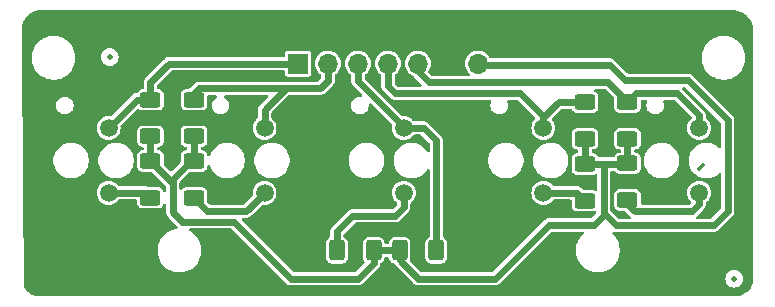
<source format=gbr>
%TF.GenerationSoftware,KiCad,Pcbnew,8.0.2*%
%TF.CreationDate,2024-11-07T23:12:14+05:30*%
%TF.ProjectId,lsa,6c73612e-6b69-4636-9164-5f7063625858,rev?*%
%TF.SameCoordinates,Original*%
%TF.FileFunction,Copper,L2,Bot*%
%TF.FilePolarity,Positive*%
%FSLAX46Y46*%
G04 Gerber Fmt 4.6, Leading zero omitted, Abs format (unit mm)*
G04 Created by KiCad (PCBNEW 8.0.2) date 2024-11-07 23:12:14*
%MOMM*%
%LPD*%
G01*
G04 APERTURE LIST*
G04 Aperture macros list*
%AMRoundRect*
0 Rectangle with rounded corners*
0 $1 Rounding radius*
0 $2 $3 $4 $5 $6 $7 $8 $9 X,Y pos of 4 corners*
0 Add a 4 corners polygon primitive as box body*
4,1,4,$2,$3,$4,$5,$6,$7,$8,$9,$2,$3,0*
0 Add four circle primitives for the rounded corners*
1,1,$1+$1,$2,$3*
1,1,$1+$1,$4,$5*
1,1,$1+$1,$6,$7*
1,1,$1+$1,$8,$9*
0 Add four rect primitives between the rounded corners*
20,1,$1+$1,$2,$3,$4,$5,0*
20,1,$1+$1,$4,$5,$6,$7,0*
20,1,$1+$1,$6,$7,$8,$9,0*
20,1,$1+$1,$8,$9,$2,$3,0*%
G04 Aperture macros list end*
%TA.AperFunction,ComponentPad*%
%ADD10R,1.700000X1.700000*%
%TD*%
%TA.AperFunction,ComponentPad*%
%ADD11O,1.700000X1.700000*%
%TD*%
%TA.AperFunction,ComponentPad*%
%ADD12C,1.500000*%
%TD*%
%TA.AperFunction,SMDPad,CuDef*%
%ADD13RoundRect,0.250000X0.625000X-0.400000X0.625000X0.400000X-0.625000X0.400000X-0.625000X-0.400000X0*%
%TD*%
%TA.AperFunction,SMDPad,CuDef*%
%ADD14RoundRect,0.250000X-0.400000X-0.625000X0.400000X-0.625000X0.400000X0.625000X-0.400000X0.625000X0*%
%TD*%
%TA.AperFunction,SMDPad,CuDef*%
%ADD15C,0.500000*%
%TD*%
%TA.AperFunction,Conductor*%
%ADD16C,0.300000*%
%TD*%
%TA.AperFunction,Conductor*%
%ADD17C,0.600000*%
%TD*%
G04 APERTURE END LIST*
D10*
%TO.P,J1,1,Pin_1*%
%TO.N,/A4_32*%
X108500000Y-72400000D03*
D11*
%TO.P,J1,2,Pin_2*%
%TO.N,/A3_35*%
X111040000Y-72400000D03*
%TO.P,J1,3,Pin_3*%
%TO.N,/A2_34*%
X113580000Y-72400000D03*
%TO.P,J1,4,Pin_4*%
%TO.N,/A1_39*%
X116120000Y-72400000D03*
%TO.P,J1,5,Pin_5*%
%TO.N,/A0_36*%
X118660000Y-72400000D03*
%TO.P,J1,6,Pin_6*%
%TO.N,GND*%
X121200000Y-72400000D03*
%TO.P,J1,7,Pin_7*%
%TO.N,+3V3*%
X123740000Y-72400000D03*
%TD*%
D12*
%TO.P,U5,A*%
%TO.N,Net-(R10-Pad1)*%
X92470000Y-83350000D03*
%TO.P,U5,CATH*%
%TO.N,GND*%
X89930000Y-83350000D03*
%TO.P,U5,COLL*%
%TO.N,/A4_32*%
X92470000Y-77850000D03*
%TO.P,U5,E*%
%TO.N,GND*%
X89930000Y-77850000D03*
%TD*%
%TO.P,U3,A*%
%TO.N,Net-(R6-Pad1)*%
X117470000Y-83350000D03*
%TO.P,U3,CATH*%
%TO.N,GND*%
X114930000Y-83350000D03*
%TO.P,U3,COLL*%
%TO.N,/A2_34*%
X117470000Y-77850000D03*
%TO.P,U3,E*%
%TO.N,GND*%
X114930000Y-77850000D03*
%TD*%
%TO.P,U4,A*%
%TO.N,Net-(R8-Pad1)*%
X105670000Y-83350000D03*
%TO.P,U4,CATH*%
%TO.N,GND*%
X103130000Y-83350000D03*
%TO.P,U4,COLL*%
%TO.N,/A3_35*%
X105670000Y-77850000D03*
%TO.P,U4,E*%
%TO.N,GND*%
X103130000Y-77850000D03*
%TD*%
%TO.P,U2,A*%
%TO.N,Net-(R4-Pad1)*%
X129270000Y-83350000D03*
%TO.P,U2,CATH*%
%TO.N,GND*%
X126730000Y-83350000D03*
%TO.P,U2,COLL*%
%TO.N,/A1_39*%
X129270000Y-77850000D03*
%TO.P,U2,E*%
%TO.N,GND*%
X126730000Y-77850000D03*
%TD*%
%TO.P,U1,A*%
%TO.N,Net-(R2-Pad1)*%
X142470000Y-83350000D03*
%TO.P,U1,CATH*%
%TO.N,GND*%
X139930000Y-83350000D03*
%TO.P,U1,COLL*%
%TO.N,/A0_36*%
X142470000Y-77850000D03*
%TO.P,U1,E*%
%TO.N,GND*%
X139930000Y-77850000D03*
%TD*%
D13*
%TO.P,R7,1*%
%TO.N,+3V3*%
X99700000Y-78550000D03*
%TO.P,R7,2*%
%TO.N,/A3_35*%
X99700000Y-75450000D03*
%TD*%
%TO.P,R2,1*%
%TO.N,Net-(R2-Pad1)*%
X136400000Y-83950000D03*
%TO.P,R2,2*%
%TO.N,+3V3*%
X136400000Y-80850000D03*
%TD*%
D14*
%TO.P,R5,1*%
%TO.N,+3V3*%
X117100000Y-88200000D03*
%TO.P,R5,2*%
%TO.N,/A2_34*%
X120200000Y-88200000D03*
%TD*%
D13*
%TO.P,R9,1*%
%TO.N,+3V3*%
X96000000Y-78550000D03*
%TO.P,R9,2*%
%TO.N,/A4_32*%
X96000000Y-75450000D03*
%TD*%
D15*
%TO.P,REF\u002A\u002A,*%
%TO.N,*%
X145440000Y-90610000D03*
%TD*%
D13*
%TO.P,R4,1*%
%TO.N,Net-(R4-Pad1)*%
X132800000Y-84000000D03*
%TO.P,R4,2*%
%TO.N,+3V3*%
X132800000Y-80900000D03*
%TD*%
%TO.P,R3,1*%
%TO.N,+3V3*%
X132800000Y-78750000D03*
%TO.P,R3,2*%
%TO.N,/A1_39*%
X132800000Y-75650000D03*
%TD*%
%TO.P,R1,1*%
%TO.N,+3V3*%
X136400000Y-78750000D03*
%TO.P,R1,2*%
%TO.N,/A0_36*%
X136400000Y-75650000D03*
%TD*%
%TO.P,R8,1*%
%TO.N,Net-(R8-Pad1)*%
X99700000Y-83750000D03*
%TO.P,R8,2*%
%TO.N,+3V3*%
X99700000Y-80650000D03*
%TD*%
D14*
%TO.P,R6,1*%
%TO.N,Net-(R6-Pad1)*%
X111800000Y-88200000D03*
%TO.P,R6,2*%
%TO.N,+3V3*%
X114900000Y-88200000D03*
%TD*%
D13*
%TO.P,R10,1*%
%TO.N,Net-(R10-Pad1)*%
X96000000Y-83750000D03*
%TO.P,R10,2*%
%TO.N,+3V3*%
X96000000Y-80650000D03*
%TD*%
D15*
%TO.P,REF\u002A\u002A,*%
%TO.N,*%
X92550000Y-71850000D03*
%TD*%
D16*
%TO.N,*%
X142525000Y-81250000D02*
X142790000Y-80985000D01*
X142790000Y-80985000D02*
X142455000Y-81320000D01*
D17*
%TO.N,/A4_32*%
X94870000Y-75450000D02*
X92470000Y-77850000D01*
X96000000Y-74000000D02*
X96000000Y-75450000D01*
X97600000Y-72400000D02*
X108500000Y-72400000D01*
X92470000Y-77850000D02*
X92470000Y-77430000D01*
X96000000Y-75450000D02*
X94870000Y-75450000D01*
X97600000Y-72400000D02*
X96000000Y-74000000D01*
%TO.N,+3V3*%
X117100000Y-88200000D02*
X117100000Y-89000000D01*
X99700000Y-78550000D02*
X99700000Y-80650000D01*
X134400000Y-84300000D02*
X134400000Y-81000000D01*
X123740000Y-72400000D02*
X123815000Y-72475000D01*
X134400000Y-81000000D02*
X134500000Y-80900000D01*
X114900000Y-89300000D02*
X114900000Y-88200000D01*
X144900001Y-77200001D02*
X144900001Y-84899999D01*
X123740000Y-72400000D02*
X123840000Y-72500000D01*
X134400000Y-85085660D02*
X134400000Y-84300000D01*
X129730001Y-86069999D02*
X133530001Y-86069999D01*
X118700000Y-90600000D02*
X125200000Y-90600000D01*
X134900000Y-72500000D02*
X136200000Y-73800000D01*
X124140000Y-72000000D02*
X123740000Y-72400000D01*
X117100000Y-89000000D02*
X118700000Y-90600000D01*
X114900000Y-88200000D02*
X117100000Y-88200000D01*
X97900000Y-85000000D02*
X97900000Y-82550000D01*
X141500000Y-73800000D02*
X144900001Y-77200001D01*
X132800000Y-78750000D02*
X132800000Y-80900000D01*
X123840000Y-72500000D02*
X134900000Y-72500000D01*
X143700000Y-86100000D02*
X135414340Y-86100000D01*
X99700000Y-80650000D02*
X99450000Y-80650000D01*
X125200000Y-90600000D02*
X129730001Y-86069999D01*
X97900000Y-82550000D02*
X96000000Y-80650000D01*
X113600000Y-90600000D02*
X107900000Y-90600000D01*
X107900000Y-90600000D02*
X103100000Y-85800000D01*
X99450000Y-80650000D02*
X97900000Y-82200000D01*
X97900000Y-82200000D02*
X97900000Y-84900000D01*
X98700000Y-85800000D02*
X97900000Y-85000000D01*
X96000000Y-78550000D02*
X96000000Y-80650000D01*
X133530001Y-86069999D02*
X134400000Y-85200000D01*
X136400000Y-80850000D02*
X136350000Y-80900000D01*
X132800000Y-80900000D02*
X134500000Y-80900000D01*
X136400000Y-80850000D02*
X136400000Y-78750000D01*
X144900001Y-84899999D02*
X143700000Y-86100000D01*
X134400000Y-85200000D02*
X134400000Y-84300000D01*
X135414340Y-86100000D02*
X134400000Y-85085660D01*
X103100000Y-85800000D02*
X98700000Y-85800000D01*
X136200000Y-73800000D02*
X141500000Y-73800000D01*
X136350000Y-80900000D02*
X134500000Y-80900000D01*
X113600000Y-90600000D02*
X114900000Y-89300000D01*
%TO.N,Net-(R2-Pad1)*%
X136400000Y-83950000D02*
X136400000Y-84300000D01*
X137000000Y-84900000D02*
X141900000Y-84900000D01*
X141900000Y-84900000D02*
X142470000Y-84330000D01*
X136400000Y-84300000D02*
X137000000Y-84900000D01*
X142470000Y-84330000D02*
X142470000Y-83350000D01*
%TO.N,Net-(R4-Pad1)*%
X129270000Y-83350000D02*
X132150000Y-83350000D01*
X132150000Y-83350000D02*
X132800000Y-84000000D01*
%TO.N,Net-(R6-Pad1)*%
X116700000Y-85300000D02*
X117470000Y-84530000D01*
X111900000Y-88300000D02*
X111800000Y-88200000D01*
X117470000Y-84530000D02*
X117470000Y-83350000D01*
X111800000Y-88200000D02*
X111800000Y-86600000D01*
X113100000Y-85300000D02*
X116700000Y-85300000D01*
X111800000Y-86600000D02*
X113100000Y-85300000D01*
%TO.N,Net-(R8-Pad1)*%
X99700000Y-83750000D02*
X99700000Y-83800000D01*
X99700000Y-83800000D02*
X100800000Y-84900000D01*
X100800000Y-84900000D02*
X104120000Y-84900000D01*
X104120000Y-84900000D02*
X105670000Y-83350000D01*
%TO.N,Net-(R10-Pad1)*%
X92470000Y-83350000D02*
X95600000Y-83350000D01*
X95600000Y-83350000D02*
X96000000Y-83750000D01*
%TO.N,/A3_35*%
X99700000Y-74900000D02*
X100100000Y-74500000D01*
X110400000Y-74500000D02*
X111040000Y-73860000D01*
X105670000Y-77850000D02*
X105670000Y-76330000D01*
X105670000Y-76330000D02*
X107500000Y-74500000D01*
X99700000Y-75450000D02*
X99700000Y-74900000D01*
X107500000Y-74500000D02*
X110400000Y-74500000D01*
X111040000Y-73860000D02*
X111040000Y-72400000D01*
X100100000Y-74500000D02*
X107500000Y-74500000D01*
%TO.N,/A2_34*%
X113580000Y-73880000D02*
X117470000Y-77770000D01*
X120200000Y-78900000D02*
X120200000Y-88200000D01*
X113580000Y-72400000D02*
X113580000Y-73880000D01*
X119150000Y-77850000D02*
X120200000Y-78900000D01*
X117470000Y-77770000D02*
X117470000Y-77850000D01*
X117470000Y-77850000D02*
X119150000Y-77850000D01*
%TO.N,/A1_39*%
X130575000Y-75650000D02*
X132800000Y-75650000D01*
X129270000Y-77850000D02*
X129270000Y-76955000D01*
X129270000Y-76955000D02*
X130575000Y-75650000D01*
X116120000Y-74320000D02*
X116120000Y-72400000D01*
X116699999Y-74899999D02*
X116120000Y-74320000D01*
X129270000Y-77850000D02*
X129270000Y-76870000D01*
X127299999Y-74899999D02*
X116699999Y-74899999D01*
X129270000Y-76870000D02*
X127299999Y-74899999D01*
%TO.N,/A0_36*%
X137150000Y-74900000D02*
X136400000Y-75650000D01*
X142470000Y-77850000D02*
X142470000Y-76770000D01*
X140600000Y-74900000D02*
X137150000Y-74900000D01*
X136400000Y-75650000D02*
X134750000Y-74000000D01*
X118660000Y-73060000D02*
X118660000Y-72400000D01*
X119600000Y-74000000D02*
X118660000Y-73060000D01*
X142470000Y-76770000D02*
X140600000Y-74900000D01*
X134750000Y-74000000D02*
X119600000Y-74000000D01*
%TO.N,GND*%
X102730000Y-83750000D02*
X103130000Y-83350000D01*
%TD*%
%TA.AperFunction,Conductor*%
%TO.N,GND*%
G36*
X145363517Y-67900329D02*
G01*
X145365826Y-67900353D01*
X145491949Y-67902863D01*
X145509905Y-67904512D01*
X145759841Y-67945693D01*
X145779761Y-67950673D01*
X146018479Y-68031523D01*
X146037324Y-68039673D01*
X146259719Y-68158246D01*
X146277000Y-68169358D01*
X146477163Y-68322499D01*
X146492409Y-68336272D01*
X146665023Y-68519913D01*
X146677820Y-68535972D01*
X146818291Y-68745228D01*
X146828314Y-68763166D01*
X146932902Y-68992462D01*
X146939876Y-69011790D01*
X147006132Y-69256249D01*
X147009594Y-69273963D01*
X147024146Y-69393333D01*
X147025066Y-69407384D01*
X147039334Y-70910028D01*
X147039340Y-70911224D01*
X147039340Y-83567846D01*
X147022932Y-90776541D01*
X147021380Y-90795967D01*
X147001693Y-90920252D01*
X146997077Y-90939477D01*
X146930355Y-91144813D01*
X146922789Y-91163079D01*
X146824768Y-91355451D01*
X146814438Y-91372308D01*
X146687524Y-91546989D01*
X146674683Y-91562023D01*
X146522023Y-91714683D01*
X146506989Y-91727524D01*
X146332308Y-91854438D01*
X146315451Y-91864768D01*
X146123079Y-91962789D01*
X146104813Y-91970355D01*
X145899477Y-92037077D01*
X145880252Y-92041693D01*
X145709692Y-92068710D01*
X145690041Y-92070262D01*
X116606632Y-92084591D01*
X116606593Y-92084591D01*
X86810000Y-92090000D01*
X86626247Y-92090000D01*
X86623776Y-92089976D01*
X86515802Y-92087858D01*
X86498562Y-92086331D01*
X86284082Y-92052360D01*
X86264857Y-92047744D01*
X86059520Y-91981027D01*
X86041253Y-91973461D01*
X86020308Y-91962789D01*
X85848869Y-91875436D01*
X85832025Y-91865114D01*
X85657335Y-91738194D01*
X85642307Y-91725357D01*
X85489642Y-91572692D01*
X85476806Y-91557665D01*
X85349882Y-91382971D01*
X85339560Y-91366125D01*
X85334121Y-91355451D01*
X85307209Y-91302633D01*
X85293481Y-91246479D01*
X85290859Y-90930046D01*
X85228040Y-83349997D01*
X91460640Y-83349997D01*
X91460640Y-83350002D01*
X91480033Y-83546909D01*
X91480034Y-83546915D01*
X91480035Y-83546916D01*
X91537473Y-83736265D01*
X91630748Y-83910770D01*
X91756275Y-84063725D01*
X91909230Y-84189252D01*
X92083735Y-84282527D01*
X92273084Y-84339965D01*
X92273088Y-84339965D01*
X92273090Y-84339966D01*
X92469997Y-84359360D01*
X92470000Y-84359360D01*
X92470003Y-84359360D01*
X92666909Y-84339966D01*
X92666910Y-84339965D01*
X92666916Y-84339965D01*
X92856265Y-84282527D01*
X93030770Y-84189252D01*
X93183725Y-84063725D01*
X93276592Y-83950565D01*
X93335269Y-83910597D01*
X93373991Y-83904500D01*
X94744501Y-83904500D01*
X94812622Y-83924502D01*
X94859115Y-83978158D01*
X94870501Y-84030500D01*
X94870501Y-84198246D01*
X94870502Y-84198270D01*
X94876959Y-84258339D01*
X94876959Y-84258341D01*
X94927657Y-84394266D01*
X94934197Y-84403002D01*
X95014596Y-84510404D01*
X95130733Y-84597342D01*
X95266658Y-84648040D01*
X95326745Y-84654500D01*
X96673254Y-84654499D01*
X96733342Y-84648040D01*
X96869267Y-84597342D01*
X96985404Y-84510404D01*
X97072342Y-84394267D01*
X97101445Y-84316237D01*
X97143991Y-84259405D01*
X97210512Y-84234594D01*
X97279886Y-84249686D01*
X97330088Y-84299888D01*
X97345500Y-84360273D01*
X97345500Y-85072998D01*
X97345499Y-85072999D01*
X97383289Y-85214033D01*
X97456286Y-85340467D01*
X97456294Y-85340477D01*
X97566704Y-85450887D01*
X97566718Y-85450899D01*
X98251878Y-86136059D01*
X98251899Y-86136082D01*
X98287593Y-86171776D01*
X98321619Y-86234088D01*
X98316554Y-86304903D01*
X98274007Y-86361739D01*
X98214945Y-86385793D01*
X98098217Y-86401160D01*
X97863904Y-86463944D01*
X97863900Y-86463946D01*
X97671345Y-86543705D01*
X97639786Y-86556777D01*
X97639775Y-86556782D01*
X97429714Y-86678061D01*
X97237262Y-86825735D01*
X97237251Y-86825744D01*
X97065744Y-86997251D01*
X97065735Y-86997262D01*
X96918061Y-87189714D01*
X96796782Y-87399775D01*
X96796777Y-87399786D01*
X96796776Y-87399788D01*
X96744192Y-87526737D01*
X96703946Y-87623900D01*
X96703944Y-87623904D01*
X96641160Y-87858217D01*
X96609500Y-88098709D01*
X96609500Y-88341290D01*
X96641160Y-88581782D01*
X96703944Y-88816095D01*
X96703945Y-88816097D01*
X96703946Y-88816100D01*
X96796776Y-89040212D01*
X96796777Y-89040213D01*
X96796782Y-89040224D01*
X96918061Y-89250285D01*
X96918063Y-89250288D01*
X96918064Y-89250289D01*
X97065735Y-89442738D01*
X97065739Y-89442742D01*
X97065744Y-89442748D01*
X97237251Y-89614255D01*
X97237256Y-89614259D01*
X97237262Y-89614265D01*
X97419485Y-89754089D01*
X97429714Y-89761938D01*
X97639775Y-89883217D01*
X97639779Y-89883218D01*
X97639788Y-89883224D01*
X97863900Y-89976054D01*
X98098211Y-90038838D01*
X98098215Y-90038838D01*
X98098217Y-90038839D01*
X98148815Y-90045500D01*
X98338712Y-90070500D01*
X98338719Y-90070500D01*
X98581281Y-90070500D01*
X98581288Y-90070500D01*
X98798637Y-90041885D01*
X98821782Y-90038839D01*
X98821782Y-90038838D01*
X98821789Y-90038838D01*
X99056100Y-89976054D01*
X99280212Y-89883224D01*
X99490289Y-89761936D01*
X99682738Y-89614265D01*
X99854265Y-89442738D01*
X100001936Y-89250289D01*
X100123224Y-89040212D01*
X100216054Y-88816100D01*
X100278838Y-88581789D01*
X100310500Y-88341288D01*
X100310500Y-88098712D01*
X100278838Y-87858211D01*
X100216054Y-87623900D01*
X100123224Y-87399788D01*
X100123218Y-87399779D01*
X100123217Y-87399775D01*
X100001938Y-87189714D01*
X99952087Y-87124747D01*
X99854265Y-86997262D01*
X99854259Y-86997256D01*
X99854255Y-86997251D01*
X99682748Y-86825744D01*
X99682742Y-86825739D01*
X99682738Y-86825735D01*
X99490289Y-86678064D01*
X99490288Y-86678063D01*
X99490285Y-86678061D01*
X99337099Y-86589619D01*
X99288106Y-86538236D01*
X99274670Y-86468523D01*
X99301056Y-86402612D01*
X99358889Y-86361430D01*
X99400099Y-86354500D01*
X102818129Y-86354500D01*
X102886250Y-86374502D01*
X102907224Y-86391405D01*
X107451878Y-90936059D01*
X107451899Y-90936082D01*
X107559522Y-91043705D01*
X107559527Y-91043709D01*
X107559529Y-91043711D01*
X107559530Y-91043712D01*
X107559532Y-91043713D01*
X107685966Y-91116710D01*
X107685968Y-91116710D01*
X107685971Y-91116712D01*
X107826998Y-91154500D01*
X107826999Y-91154500D01*
X107827000Y-91154500D01*
X113673000Y-91154500D01*
X113673002Y-91154500D01*
X113814029Y-91116712D01*
X113814032Y-91116710D01*
X113814033Y-91116710D01*
X113877250Y-91080211D01*
X113940471Y-91043711D01*
X114043711Y-90940471D01*
X114054078Y-90930104D01*
X114054085Y-90930094D01*
X115230094Y-89754085D01*
X115230104Y-89754078D01*
X115343705Y-89640477D01*
X115343711Y-89640471D01*
X115416712Y-89514029D01*
X115435815Y-89442737D01*
X115456639Y-89365024D01*
X115459127Y-89365690D01*
X115482630Y-89312559D01*
X115534799Y-89275873D01*
X115544267Y-89272342D01*
X115660404Y-89185404D01*
X115747342Y-89069267D01*
X115798040Y-88933342D01*
X115803844Y-88879348D01*
X115804861Y-88869899D01*
X115805796Y-88869999D01*
X115828099Y-88806796D01*
X115884169Y-88763246D01*
X115930293Y-88754500D01*
X116069708Y-88754500D01*
X116137829Y-88774502D01*
X116184322Y-88828158D01*
X116194596Y-88869958D01*
X116195140Y-88869900D01*
X116201959Y-88933339D01*
X116201959Y-88933341D01*
X116252657Y-89069266D01*
X116252658Y-89069267D01*
X116339596Y-89185404D01*
X116455733Y-89272342D01*
X116591658Y-89323040D01*
X116600343Y-89323973D01*
X116665936Y-89351140D01*
X116675974Y-89360157D01*
X116766704Y-89450887D01*
X116766718Y-89450899D01*
X118251878Y-90936059D01*
X118251899Y-90936082D01*
X118359522Y-91043705D01*
X118359527Y-91043709D01*
X118359529Y-91043711D01*
X118359530Y-91043712D01*
X118359532Y-91043713D01*
X118485973Y-91116713D01*
X118626995Y-91154500D01*
X118626999Y-91154501D01*
X118780720Y-91154501D01*
X118780736Y-91154500D01*
X125273000Y-91154500D01*
X125273002Y-91154500D01*
X125414029Y-91116712D01*
X125414032Y-91116710D01*
X125414033Y-91116710D01*
X125477250Y-91080211D01*
X125540471Y-91043711D01*
X125643711Y-90940471D01*
X125654078Y-90930104D01*
X125654085Y-90930094D01*
X125974179Y-90610000D01*
X144684751Y-90610000D01*
X144703687Y-90778059D01*
X144703688Y-90778061D01*
X144759543Y-90937689D01*
X144761291Y-90940471D01*
X144849523Y-91080890D01*
X144849526Y-91080893D01*
X144849526Y-91080894D01*
X144969105Y-91200473D01*
X144969107Y-91200474D01*
X144969110Y-91200477D01*
X145112310Y-91290456D01*
X145271941Y-91346313D01*
X145440000Y-91365249D01*
X145608059Y-91346313D01*
X145767690Y-91290456D01*
X145910890Y-91200477D01*
X146030477Y-91080890D01*
X146120456Y-90937690D01*
X146176313Y-90778059D01*
X146195249Y-90610000D01*
X146176313Y-90441941D01*
X146120456Y-90282310D01*
X146030477Y-90139110D01*
X146030473Y-90139106D01*
X146030473Y-90139105D01*
X145910894Y-90019526D01*
X145910891Y-90019524D01*
X145910890Y-90019523D01*
X145829700Y-89968507D01*
X145767689Y-89929543D01*
X145635314Y-89883224D01*
X145608059Y-89873687D01*
X145440000Y-89854751D01*
X145271941Y-89873687D01*
X145271938Y-89873687D01*
X145271938Y-89873688D01*
X145112310Y-89929543D01*
X145015981Y-89990071D01*
X144969110Y-90019523D01*
X144969108Y-90019524D01*
X144969106Y-90019526D01*
X144969105Y-90019526D01*
X144849526Y-90139105D01*
X144849526Y-90139106D01*
X144759543Y-90282310D01*
X144703688Y-90441938D01*
X144703687Y-90441941D01*
X144684751Y-90610000D01*
X125974179Y-90610000D01*
X129922777Y-86661404D01*
X129985089Y-86627378D01*
X130011872Y-86624499D01*
X132574307Y-86624499D01*
X132642428Y-86644501D01*
X132688921Y-86698157D01*
X132699025Y-86768431D01*
X132669531Y-86833011D01*
X132663402Y-86839594D01*
X132505744Y-86997251D01*
X132505735Y-86997262D01*
X132358061Y-87189714D01*
X132236782Y-87399775D01*
X132236777Y-87399786D01*
X132236776Y-87399788D01*
X132184192Y-87526737D01*
X132143946Y-87623900D01*
X132143944Y-87623904D01*
X132081160Y-87858217D01*
X132049500Y-88098709D01*
X132049500Y-88341290D01*
X132081160Y-88581782D01*
X132143944Y-88816095D01*
X132143945Y-88816097D01*
X132143946Y-88816100D01*
X132236776Y-89040212D01*
X132236777Y-89040213D01*
X132236782Y-89040224D01*
X132358061Y-89250285D01*
X132358063Y-89250288D01*
X132358064Y-89250289D01*
X132505735Y-89442738D01*
X132505739Y-89442742D01*
X132505744Y-89442748D01*
X132677251Y-89614255D01*
X132677256Y-89614259D01*
X132677262Y-89614265D01*
X132859485Y-89754089D01*
X132869714Y-89761938D01*
X133079775Y-89883217D01*
X133079779Y-89883218D01*
X133079788Y-89883224D01*
X133303900Y-89976054D01*
X133538211Y-90038838D01*
X133538215Y-90038838D01*
X133538217Y-90038839D01*
X133588815Y-90045500D01*
X133778712Y-90070500D01*
X133778719Y-90070500D01*
X134021281Y-90070500D01*
X134021288Y-90070500D01*
X134238637Y-90041885D01*
X134261782Y-90038839D01*
X134261782Y-90038838D01*
X134261789Y-90038838D01*
X134496100Y-89976054D01*
X134720212Y-89883224D01*
X134930289Y-89761936D01*
X135122738Y-89614265D01*
X135294265Y-89442738D01*
X135441936Y-89250289D01*
X135563224Y-89040212D01*
X135656054Y-88816100D01*
X135718838Y-88581789D01*
X135750500Y-88341288D01*
X135750500Y-88098712D01*
X135718838Y-87858211D01*
X135656054Y-87623900D01*
X135563224Y-87399788D01*
X135563218Y-87399779D01*
X135563217Y-87399775D01*
X135441938Y-87189714D01*
X135392087Y-87124747D01*
X135294265Y-86997262D01*
X135294259Y-86997256D01*
X135294255Y-86997251D01*
X135141322Y-86844318D01*
X135107296Y-86782006D01*
X135112361Y-86711191D01*
X135154908Y-86654355D01*
X135221428Y-86629544D01*
X135263027Y-86633516D01*
X135341338Y-86654500D01*
X135341339Y-86654500D01*
X143773000Y-86654500D01*
X143773002Y-86654500D01*
X143914029Y-86616712D01*
X143965992Y-86586711D01*
X144040471Y-86543711D01*
X144143711Y-86440471D01*
X144154078Y-86430104D01*
X144154085Y-86430094D01*
X145230095Y-85354084D01*
X145230105Y-85354077D01*
X145343706Y-85240476D01*
X145343712Y-85240470D01*
X145416713Y-85114028D01*
X145427706Y-85073001D01*
X145454502Y-84973000D01*
X145454502Y-84826997D01*
X145454502Y-84819280D01*
X145454501Y-84819262D01*
X145454501Y-77283166D01*
X145454502Y-77283153D01*
X145454502Y-77127000D01*
X145454501Y-77126996D01*
X145416714Y-76985974D01*
X145343714Y-76859533D01*
X145343706Y-76859523D01*
X141950899Y-73466718D01*
X141950887Y-73466704D01*
X141840477Y-73356294D01*
X141840467Y-73356286D01*
X141714030Y-73283288D01*
X141714032Y-73283288D01*
X141679474Y-73274028D01*
X141679474Y-73274029D01*
X141573002Y-73245500D01*
X141573001Y-73245500D01*
X136481871Y-73245500D01*
X136413750Y-73225498D01*
X136392776Y-73208595D01*
X135350899Y-72166718D01*
X135350887Y-72166704D01*
X135240477Y-72056294D01*
X135240467Y-72056286D01*
X135114033Y-71983289D01*
X135097370Y-71978824D01*
X134973002Y-71945500D01*
X134973001Y-71945500D01*
X134973000Y-71945500D01*
X124825555Y-71945500D01*
X124757434Y-71925498D01*
X124712764Y-71875663D01*
X124683088Y-71816065D01*
X124662429Y-71788709D01*
X142689500Y-71788709D01*
X142689500Y-72031290D01*
X142721160Y-72271782D01*
X142783944Y-72506095D01*
X142783945Y-72506097D01*
X142783946Y-72506100D01*
X142876776Y-72730212D01*
X142876777Y-72730213D01*
X142876782Y-72730224D01*
X142998061Y-72940285D01*
X142998063Y-72940288D01*
X142998064Y-72940289D01*
X143145735Y-73132738D01*
X143145739Y-73132742D01*
X143145744Y-73132748D01*
X143317251Y-73304255D01*
X143317256Y-73304259D01*
X143317262Y-73304265D01*
X143509711Y-73451936D01*
X143509714Y-73451938D01*
X143719775Y-73573217D01*
X143719779Y-73573218D01*
X143719788Y-73573224D01*
X143943900Y-73666054D01*
X144178211Y-73728838D01*
X144178215Y-73728838D01*
X144178217Y-73728839D01*
X144240202Y-73736999D01*
X144418712Y-73760500D01*
X144418719Y-73760500D01*
X144661281Y-73760500D01*
X144661288Y-73760500D01*
X144878637Y-73731885D01*
X144901782Y-73728839D01*
X144901782Y-73728838D01*
X144901789Y-73728838D01*
X145136100Y-73666054D01*
X145360212Y-73573224D01*
X145570289Y-73451936D01*
X145762738Y-73304265D01*
X145934265Y-73132738D01*
X146081936Y-72940289D01*
X146203224Y-72730212D01*
X146296054Y-72506100D01*
X146358838Y-72271789D01*
X146390500Y-72031288D01*
X146390500Y-71788712D01*
X146359902Y-71556290D01*
X146358839Y-71548217D01*
X146358838Y-71548215D01*
X146358838Y-71548211D01*
X146296054Y-71313900D01*
X146203224Y-71089788D01*
X146203218Y-71089779D01*
X146203217Y-71089775D01*
X146081938Y-70879714D01*
X146081936Y-70879711D01*
X145934265Y-70687262D01*
X145934259Y-70687256D01*
X145934255Y-70687251D01*
X145762748Y-70515744D01*
X145762742Y-70515739D01*
X145762738Y-70515735D01*
X145570289Y-70368064D01*
X145570288Y-70368063D01*
X145570285Y-70368061D01*
X145360224Y-70246782D01*
X145360216Y-70246778D01*
X145360212Y-70246776D01*
X145136100Y-70153946D01*
X145136097Y-70153945D01*
X145136095Y-70153944D01*
X144901782Y-70091160D01*
X144661290Y-70059500D01*
X144661288Y-70059500D01*
X144418712Y-70059500D01*
X144418709Y-70059500D01*
X144178217Y-70091160D01*
X143943904Y-70153944D01*
X143943900Y-70153946D01*
X143719786Y-70246777D01*
X143719775Y-70246782D01*
X143509714Y-70368061D01*
X143317262Y-70515735D01*
X143317251Y-70515744D01*
X143145744Y-70687251D01*
X143145735Y-70687262D01*
X142998061Y-70879714D01*
X142876782Y-71089775D01*
X142876777Y-71089786D01*
X142876776Y-71089788D01*
X142843740Y-71169544D01*
X142783946Y-71313900D01*
X142783944Y-71313904D01*
X142721160Y-71548217D01*
X142689500Y-71788709D01*
X124662429Y-71788709D01*
X124649537Y-71771637D01*
X124640972Y-71758710D01*
X124583712Y-71659532D01*
X124583704Y-71659522D01*
X124480477Y-71556295D01*
X124480473Y-71556292D01*
X124480471Y-71556290D01*
X124426161Y-71524934D01*
X124407783Y-71514323D01*
X124404454Y-71512331D01*
X124234436Y-71407060D01*
X124234417Y-71407051D01*
X124043563Y-71333114D01*
X124043560Y-71333113D01*
X124043557Y-71333112D01*
X124043556Y-71333112D01*
X123842347Y-71295500D01*
X123637653Y-71295500D01*
X123436444Y-71333112D01*
X123436439Y-71333113D01*
X123245577Y-71407054D01*
X123245566Y-71407059D01*
X123071536Y-71514814D01*
X122920266Y-71652715D01*
X122796913Y-71816063D01*
X122705671Y-71999301D01*
X122649654Y-72196180D01*
X122630768Y-72399995D01*
X122630768Y-72400004D01*
X122649654Y-72603819D01*
X122705671Y-72800698D01*
X122705672Y-72800701D01*
X122796912Y-72983935D01*
X122796913Y-72983936D01*
X122920266Y-73147284D01*
X123007036Y-73226385D01*
X123043902Y-73287059D01*
X123042113Y-73358033D01*
X123002237Y-73416773D01*
X122936933Y-73444630D01*
X122922150Y-73445500D01*
X119881871Y-73445500D01*
X119813750Y-73425498D01*
X119792776Y-73408595D01*
X119579520Y-73195339D01*
X119545494Y-73133027D01*
X119550559Y-73062212D01*
X119568066Y-73030311D01*
X119569692Y-73028158D01*
X119603088Y-72983935D01*
X119694328Y-72800701D01*
X119750345Y-72603821D01*
X119769232Y-72400000D01*
X119761901Y-72320890D01*
X119750345Y-72196180D01*
X119745084Y-72177689D01*
X119694328Y-71999299D01*
X119603088Y-71816065D01*
X119530166Y-71719500D01*
X119479733Y-71652715D01*
X119328463Y-71514814D01*
X119154433Y-71407059D01*
X119154428Y-71407057D01*
X119154427Y-71407056D01*
X119082280Y-71379106D01*
X118963559Y-71333113D01*
X118963560Y-71333113D01*
X118963557Y-71333112D01*
X118963556Y-71333112D01*
X118762347Y-71295500D01*
X118557653Y-71295500D01*
X118356444Y-71333112D01*
X118356439Y-71333113D01*
X118165577Y-71407054D01*
X118165566Y-71407059D01*
X117991536Y-71514814D01*
X117840266Y-71652715D01*
X117716913Y-71816063D01*
X117625671Y-71999301D01*
X117569654Y-72196180D01*
X117550768Y-72399995D01*
X117550768Y-72400004D01*
X117569654Y-72603819D01*
X117625671Y-72800698D01*
X117625672Y-72800701D01*
X117716912Y-72983935D01*
X117716913Y-72983936D01*
X117840266Y-73147284D01*
X117991536Y-73285185D01*
X118165566Y-73392940D01*
X118165567Y-73392940D01*
X118165573Y-73392944D01*
X118211292Y-73410655D01*
X118254867Y-73439049D01*
X118299106Y-73483288D01*
X118326711Y-73510893D01*
X118326718Y-73510899D01*
X118946223Y-74130404D01*
X118980249Y-74192716D01*
X118975184Y-74263531D01*
X118932637Y-74320367D01*
X118866117Y-74345178D01*
X118857128Y-74345499D01*
X116981871Y-74345499D01*
X116913750Y-74325497D01*
X116892776Y-74308594D01*
X116711405Y-74127223D01*
X116677379Y-74064911D01*
X116674500Y-74038128D01*
X116674500Y-73425929D01*
X116694502Y-73357808D01*
X116734169Y-73318802D01*
X116788462Y-73285186D01*
X116939732Y-73147285D01*
X117063088Y-72983935D01*
X117154328Y-72800701D01*
X117210345Y-72603821D01*
X117229232Y-72400000D01*
X117221901Y-72320890D01*
X117210345Y-72196180D01*
X117205084Y-72177689D01*
X117154328Y-71999299D01*
X117063088Y-71816065D01*
X116990166Y-71719500D01*
X116939733Y-71652715D01*
X116788463Y-71514814D01*
X116614433Y-71407059D01*
X116614428Y-71407057D01*
X116614427Y-71407056D01*
X116542280Y-71379106D01*
X116423559Y-71333113D01*
X116423560Y-71333113D01*
X116423557Y-71333112D01*
X116423556Y-71333112D01*
X116222347Y-71295500D01*
X116017653Y-71295500D01*
X115816444Y-71333112D01*
X115816439Y-71333113D01*
X115625577Y-71407054D01*
X115625566Y-71407059D01*
X115451536Y-71514814D01*
X115300266Y-71652715D01*
X115176913Y-71816063D01*
X115085671Y-71999301D01*
X115029654Y-72196180D01*
X115010768Y-72399995D01*
X115010768Y-72400004D01*
X115029654Y-72603819D01*
X115085671Y-72800698D01*
X115085672Y-72800701D01*
X115176912Y-72983935D01*
X115176913Y-72983936D01*
X115300266Y-73147284D01*
X115436871Y-73271816D01*
X115451538Y-73285186D01*
X115505829Y-73318801D01*
X115553218Y-73371667D01*
X115565500Y-73425929D01*
X115565500Y-74393001D01*
X115582458Y-74456290D01*
X115582457Y-74456290D01*
X115603288Y-74534030D01*
X115676286Y-74660467D01*
X115676294Y-74660477D01*
X115786703Y-74770886D01*
X115786714Y-74770895D01*
X116256287Y-75240469D01*
X116256288Y-75240470D01*
X116359528Y-75343710D01*
X116359530Y-75343711D01*
X116360231Y-75344216D01*
X116362797Y-75345597D01*
X116485969Y-75416711D01*
X116626997Y-75454499D01*
X116626998Y-75454499D01*
X124754336Y-75454499D01*
X124822457Y-75474501D01*
X124868950Y-75528157D01*
X124879054Y-75598431D01*
X124870745Y-75628717D01*
X124828343Y-75731083D01*
X124828342Y-75731086D01*
X124819755Y-75774257D01*
X124799500Y-75876082D01*
X124799500Y-76023918D01*
X124813494Y-76094267D01*
X124828342Y-76168913D01*
X124828343Y-76168916D01*
X124864828Y-76256999D01*
X124884916Y-76305495D01*
X124967049Y-76428416D01*
X125071584Y-76532951D01*
X125194505Y-76615084D01*
X125331087Y-76671658D01*
X125476082Y-76700500D01*
X125476087Y-76700500D01*
X125623913Y-76700500D01*
X125623918Y-76700500D01*
X125768913Y-76671658D01*
X125905495Y-76615084D01*
X126028416Y-76532951D01*
X126132951Y-76428416D01*
X126215084Y-76305495D01*
X126271658Y-76168913D01*
X126300500Y-76023918D01*
X126300500Y-75876082D01*
X126271658Y-75731087D01*
X126229254Y-75628716D01*
X126221666Y-75558127D01*
X126253445Y-75494640D01*
X126314503Y-75458413D01*
X126345664Y-75454499D01*
X127018128Y-75454499D01*
X127086249Y-75474501D01*
X127107223Y-75491404D01*
X128565526Y-76949707D01*
X128599552Y-77012019D01*
X128594487Y-77082834D01*
X128559944Y-77131191D01*
X128560651Y-77131898D01*
X128556409Y-77136139D01*
X128556367Y-77136199D01*
X128556275Y-77136273D01*
X128430748Y-77289229D01*
X128337473Y-77463734D01*
X128280033Y-77653090D01*
X128260640Y-77849997D01*
X128260640Y-77850002D01*
X128280033Y-78046909D01*
X128280034Y-78046915D01*
X128280035Y-78046916D01*
X128337473Y-78236265D01*
X128430748Y-78410770D01*
X128556275Y-78563725D01*
X128709230Y-78689252D01*
X128883735Y-78782527D01*
X129073084Y-78839965D01*
X129073088Y-78839965D01*
X129073090Y-78839966D01*
X129269997Y-78859360D01*
X129270000Y-78859360D01*
X129270003Y-78859360D01*
X129466909Y-78839966D01*
X129466910Y-78839965D01*
X129466916Y-78839965D01*
X129656265Y-78782527D01*
X129830770Y-78689252D01*
X129983725Y-78563725D01*
X130109252Y-78410770D01*
X130202527Y-78236265D01*
X130259965Y-78046916D01*
X130279360Y-77850000D01*
X130273411Y-77789596D01*
X130259966Y-77653090D01*
X130259965Y-77653088D01*
X130259965Y-77653084D01*
X130202527Y-77463735D01*
X130109252Y-77289230D01*
X130006220Y-77163685D01*
X129978466Y-77098337D01*
X129990448Y-77028359D01*
X130014521Y-76994658D01*
X130767777Y-76241404D01*
X130830089Y-76207379D01*
X130856872Y-76204500D01*
X131606694Y-76204500D01*
X131674815Y-76224502D01*
X131721308Y-76278158D01*
X131724750Y-76286470D01*
X131727657Y-76294266D01*
X131736063Y-76305495D01*
X131814596Y-76410404D01*
X131930733Y-76497342D01*
X132066658Y-76548040D01*
X132126745Y-76554500D01*
X133473254Y-76554499D01*
X133533342Y-76548040D01*
X133669267Y-76497342D01*
X133785404Y-76410404D01*
X133872342Y-76294267D01*
X133923040Y-76158342D01*
X133929500Y-76098255D01*
X133929499Y-75201746D01*
X133923040Y-75141658D01*
X133872342Y-75005733D01*
X133785404Y-74889596D01*
X133669267Y-74802658D01*
X133669265Y-74802657D01*
X133669266Y-74802657D01*
X133658267Y-74798555D01*
X133601431Y-74756008D01*
X133576621Y-74689488D01*
X133591713Y-74620114D01*
X133641915Y-74569912D01*
X133702300Y-74554500D01*
X134468129Y-74554500D01*
X134536250Y-74574502D01*
X134557224Y-74591405D01*
X135233595Y-75267776D01*
X135267621Y-75330088D01*
X135270500Y-75356871D01*
X135270500Y-76098246D01*
X135270502Y-76098270D01*
X135276959Y-76158339D01*
X135276959Y-76158341D01*
X135327657Y-76294266D01*
X135336063Y-76305495D01*
X135414596Y-76410404D01*
X135530733Y-76497342D01*
X135666658Y-76548040D01*
X135726745Y-76554500D01*
X137073254Y-76554499D01*
X137133342Y-76548040D01*
X137269267Y-76497342D01*
X137385404Y-76410404D01*
X137472342Y-76294267D01*
X137523040Y-76158342D01*
X137529500Y-76098255D01*
X137529499Y-75580499D01*
X137549501Y-75512379D01*
X137603156Y-75465886D01*
X137655499Y-75454500D01*
X137954336Y-75454500D01*
X138022457Y-75474502D01*
X138068950Y-75528158D01*
X138079054Y-75598432D01*
X138070746Y-75628712D01*
X138041980Y-75698159D01*
X138028342Y-75731086D01*
X138019755Y-75774257D01*
X137999500Y-75876082D01*
X137999500Y-76023918D01*
X138013494Y-76094267D01*
X138028342Y-76168913D01*
X138028343Y-76168916D01*
X138064828Y-76256999D01*
X138084916Y-76305495D01*
X138167049Y-76428416D01*
X138271584Y-76532951D01*
X138394505Y-76615084D01*
X138531087Y-76671658D01*
X138676082Y-76700500D01*
X138676087Y-76700500D01*
X138823913Y-76700500D01*
X138823918Y-76700500D01*
X138968913Y-76671658D01*
X139105495Y-76615084D01*
X139228416Y-76532951D01*
X139332951Y-76428416D01*
X139415084Y-76305495D01*
X139471658Y-76168913D01*
X139500500Y-76023918D01*
X139500500Y-75876082D01*
X139471658Y-75731087D01*
X139429254Y-75628716D01*
X139421666Y-75558129D01*
X139453445Y-75494642D01*
X139514503Y-75458414D01*
X139545664Y-75454500D01*
X140318129Y-75454500D01*
X140386250Y-75474502D01*
X140407224Y-75491405D01*
X141820450Y-76904631D01*
X141854476Y-76966943D01*
X141849411Y-77037758D01*
X141811291Y-77091124D01*
X141794716Y-77104726D01*
X141756275Y-77136275D01*
X141701208Y-77203373D01*
X141630748Y-77289229D01*
X141537473Y-77463734D01*
X141480033Y-77653090D01*
X141460640Y-77849997D01*
X141460640Y-77850002D01*
X141480033Y-78046909D01*
X141480034Y-78046915D01*
X141480035Y-78046916D01*
X141537473Y-78236265D01*
X141630748Y-78410770D01*
X141756275Y-78563725D01*
X141909230Y-78689252D01*
X142083735Y-78782527D01*
X142273084Y-78839965D01*
X142273088Y-78839965D01*
X142273090Y-78839966D01*
X142469997Y-78859360D01*
X142470000Y-78859360D01*
X142470003Y-78859360D01*
X142666909Y-78839966D01*
X142666910Y-78839965D01*
X142666916Y-78839965D01*
X142856265Y-78782527D01*
X143030770Y-78689252D01*
X143183725Y-78563725D01*
X143309252Y-78410770D01*
X143402527Y-78236265D01*
X143459965Y-78046916D01*
X143479360Y-77850000D01*
X143473411Y-77789596D01*
X143459966Y-77653090D01*
X143459965Y-77653088D01*
X143459965Y-77653084D01*
X143402527Y-77463735D01*
X143309252Y-77289230D01*
X143183725Y-77136275D01*
X143118607Y-77082834D01*
X143070566Y-77043407D01*
X143030597Y-76984729D01*
X143024500Y-76946008D01*
X143024500Y-76696998D01*
X143020826Y-76683289D01*
X143020825Y-76683285D01*
X143017709Y-76671656D01*
X142986712Y-76555971D01*
X142960915Y-76511289D01*
X142913711Y-76429529D01*
X142913709Y-76429527D01*
X142913705Y-76429522D01*
X142806082Y-76321899D01*
X142806059Y-76321878D01*
X141053776Y-74569595D01*
X141019750Y-74507283D01*
X141024815Y-74436468D01*
X141067362Y-74379632D01*
X141133882Y-74354821D01*
X141142871Y-74354500D01*
X141218129Y-74354500D01*
X141286250Y-74374502D01*
X141307224Y-74391405D01*
X144308596Y-77392777D01*
X144342622Y-77455089D01*
X144345501Y-77481872D01*
X144345501Y-79419283D01*
X144325499Y-79487404D01*
X144271843Y-79533897D01*
X144201569Y-79544001D01*
X144136989Y-79514507D01*
X144130406Y-79508378D01*
X144077512Y-79455484D01*
X143886436Y-79316659D01*
X143886435Y-79316658D01*
X143886433Y-79316657D01*
X143675992Y-79209432D01*
X143451368Y-79136447D01*
X143218092Y-79099500D01*
X142981908Y-79099500D01*
X142748632Y-79136447D01*
X142748629Y-79136447D01*
X142748628Y-79136448D01*
X142524008Y-79209432D01*
X142524006Y-79209433D01*
X142313563Y-79316659D01*
X142122487Y-79455484D01*
X141955484Y-79622487D01*
X141816659Y-79813563D01*
X141709433Y-80024006D01*
X141709432Y-80024008D01*
X141651682Y-80201745D01*
X141636447Y-80248632D01*
X141599500Y-80481908D01*
X141599500Y-80718092D01*
X141636447Y-80951368D01*
X141709432Y-81175992D01*
X141816657Y-81386433D01*
X141816659Y-81386436D01*
X141955484Y-81577512D01*
X142122487Y-81744515D01*
X142163053Y-81773988D01*
X142313567Y-81883343D01*
X142524008Y-81990568D01*
X142748632Y-82063553D01*
X142981908Y-82100500D01*
X142981911Y-82100500D01*
X143218089Y-82100500D01*
X143218092Y-82100500D01*
X143451368Y-82063553D01*
X143675992Y-81990568D01*
X143886433Y-81883343D01*
X144077510Y-81744517D01*
X144082064Y-81739963D01*
X144130406Y-81691622D01*
X144192718Y-81657596D01*
X144263533Y-81662661D01*
X144320369Y-81705208D01*
X144345180Y-81771728D01*
X144345501Y-81780717D01*
X144345501Y-84618128D01*
X144325499Y-84686249D01*
X144308596Y-84707223D01*
X143507224Y-85508595D01*
X143444912Y-85542621D01*
X143418129Y-85545500D01*
X142342873Y-85545500D01*
X142274752Y-85525498D01*
X142228259Y-85471842D01*
X142218155Y-85401568D01*
X142247649Y-85336988D01*
X142253778Y-85330405D01*
X142354078Y-85230104D01*
X142354085Y-85230094D01*
X142800094Y-84784085D01*
X142800104Y-84784078D01*
X142913705Y-84670477D01*
X142913711Y-84670471D01*
X142986712Y-84544029D01*
X142994032Y-84516712D01*
X143024501Y-84403002D01*
X143024501Y-84256998D01*
X143024501Y-84253989D01*
X143044503Y-84185868D01*
X143070562Y-84156594D01*
X143183725Y-84063725D01*
X143309252Y-83910770D01*
X143402527Y-83736265D01*
X143459965Y-83546916D01*
X143464414Y-83501753D01*
X143479360Y-83350002D01*
X143479360Y-83349997D01*
X143459966Y-83153090D01*
X143459965Y-83153088D01*
X143459965Y-83153084D01*
X143402527Y-82963735D01*
X143309252Y-82789230D01*
X143183725Y-82636275D01*
X143030770Y-82510748D01*
X142856265Y-82417473D01*
X142666916Y-82360035D01*
X142666915Y-82360034D01*
X142666909Y-82360033D01*
X142470003Y-82340640D01*
X142469997Y-82340640D01*
X142273090Y-82360033D01*
X142083734Y-82417473D01*
X141909229Y-82510748D01*
X141756275Y-82636275D01*
X141630748Y-82789229D01*
X141537473Y-82963734D01*
X141480033Y-83153090D01*
X141460640Y-83349997D01*
X141460640Y-83350002D01*
X141480033Y-83546909D01*
X141480034Y-83546915D01*
X141480035Y-83546916D01*
X141537473Y-83736265D01*
X141630748Y-83910770D01*
X141756275Y-84063725D01*
X141756277Y-84063726D01*
X141756277Y-84063727D01*
X141756364Y-84063798D01*
X141756397Y-84063846D01*
X141760657Y-84068107D01*
X141759849Y-84068914D01*
X141796332Y-84122475D01*
X141798233Y-84193446D01*
X141765526Y-84250292D01*
X141707224Y-84308595D01*
X141644912Y-84342620D01*
X141618128Y-84345500D01*
X137655500Y-84345500D01*
X137587379Y-84325498D01*
X137540886Y-84271842D01*
X137529500Y-84219500D01*
X137529499Y-83501753D01*
X137529499Y-83501746D01*
X137523040Y-83441658D01*
X137472342Y-83305733D01*
X137385404Y-83189596D01*
X137269267Y-83102658D01*
X137269265Y-83102657D01*
X137269266Y-83102657D01*
X137133349Y-83051962D01*
X137133344Y-83051960D01*
X137133342Y-83051960D01*
X137092500Y-83047569D01*
X137073256Y-83045500D01*
X135726753Y-83045500D01*
X135726729Y-83045502D01*
X135666660Y-83051959D01*
X135666658Y-83051959D01*
X135530733Y-83102657D01*
X135414596Y-83189596D01*
X135327657Y-83305734D01*
X135276962Y-83441650D01*
X135276960Y-83441658D01*
X135270500Y-83501737D01*
X135270500Y-84398246D01*
X135270502Y-84398270D01*
X135276959Y-84458339D01*
X135276959Y-84458341D01*
X135327657Y-84594266D01*
X135327658Y-84594267D01*
X135414596Y-84710404D01*
X135530733Y-84797342D01*
X135666658Y-84848040D01*
X135726745Y-84854500D01*
X136118128Y-84854499D01*
X136186248Y-84874501D01*
X136207223Y-84891404D01*
X136551878Y-85236059D01*
X136551899Y-85236082D01*
X136646222Y-85330405D01*
X136680248Y-85392717D01*
X136675183Y-85463532D01*
X136632636Y-85520368D01*
X136566116Y-85545179D01*
X136557127Y-85545500D01*
X135696211Y-85545500D01*
X135628090Y-85525498D01*
X135607116Y-85508595D01*
X134991405Y-84892884D01*
X134957379Y-84830572D01*
X134954500Y-84803789D01*
X134954500Y-81580500D01*
X134974502Y-81512379D01*
X135028158Y-81465886D01*
X135080500Y-81454500D01*
X135234818Y-81454500D01*
X135302939Y-81474502D01*
X135335685Y-81504990D01*
X135414596Y-81610404D01*
X135530733Y-81697342D01*
X135666658Y-81748040D01*
X135726745Y-81754500D01*
X137073254Y-81754499D01*
X137133342Y-81748040D01*
X137269267Y-81697342D01*
X137385404Y-81610404D01*
X137472342Y-81494267D01*
X137523040Y-81358342D01*
X137529500Y-81298255D01*
X137529499Y-80481908D01*
X137799500Y-80481908D01*
X137799500Y-80718092D01*
X137836447Y-80951368D01*
X137909432Y-81175992D01*
X138016657Y-81386433D01*
X138016659Y-81386436D01*
X138155484Y-81577512D01*
X138322487Y-81744515D01*
X138363053Y-81773988D01*
X138513567Y-81883343D01*
X138724008Y-81990568D01*
X138948632Y-82063553D01*
X139181908Y-82100500D01*
X139181911Y-82100500D01*
X139418089Y-82100500D01*
X139418092Y-82100500D01*
X139651368Y-82063553D01*
X139875992Y-81990568D01*
X140086433Y-81883343D01*
X140277510Y-81744517D01*
X140444517Y-81577510D01*
X140583343Y-81386433D01*
X140690568Y-81175992D01*
X140763553Y-80951368D01*
X140800500Y-80718092D01*
X140800500Y-80481908D01*
X140763553Y-80248632D01*
X140690568Y-80024008D01*
X140583343Y-79813567D01*
X140463080Y-79648040D01*
X140444515Y-79622487D01*
X140277512Y-79455484D01*
X140086436Y-79316659D01*
X140086435Y-79316658D01*
X140086433Y-79316657D01*
X139875992Y-79209432D01*
X139651368Y-79136447D01*
X139418092Y-79099500D01*
X139181908Y-79099500D01*
X138948632Y-79136447D01*
X138948629Y-79136447D01*
X138948628Y-79136448D01*
X138724008Y-79209432D01*
X138724006Y-79209433D01*
X138513563Y-79316659D01*
X138322487Y-79455484D01*
X138155484Y-79622487D01*
X138016659Y-79813563D01*
X137909433Y-80024006D01*
X137909432Y-80024008D01*
X137851682Y-80201745D01*
X137836447Y-80248632D01*
X137799500Y-80481908D01*
X137529499Y-80481908D01*
X137529499Y-80401746D01*
X137523040Y-80341658D01*
X137472342Y-80205733D01*
X137385404Y-80089596D01*
X137269267Y-80002658D01*
X137269265Y-80002657D01*
X137269266Y-80002657D01*
X137133349Y-79951962D01*
X137133344Y-79951960D01*
X137133342Y-79951960D01*
X137110706Y-79949526D01*
X137069899Y-79945139D01*
X137069999Y-79944203D01*
X137006796Y-79921901D01*
X136963246Y-79865831D01*
X136954500Y-79819707D01*
X136954500Y-79780291D01*
X136974502Y-79712170D01*
X137028158Y-79665677D01*
X137069959Y-79655409D01*
X137069900Y-79654860D01*
X137107546Y-79650812D01*
X137133342Y-79648040D01*
X137269267Y-79597342D01*
X137385404Y-79510404D01*
X137472342Y-79394267D01*
X137523040Y-79258342D01*
X137529500Y-79198255D01*
X137529499Y-78301746D01*
X137523040Y-78241658D01*
X137472342Y-78105733D01*
X137385404Y-77989596D01*
X137269267Y-77902658D01*
X137269265Y-77902657D01*
X137269266Y-77902657D01*
X137133349Y-77851962D01*
X137133344Y-77851960D01*
X137133342Y-77851960D01*
X137103298Y-77848730D01*
X137073256Y-77845500D01*
X135726753Y-77845500D01*
X135726729Y-77845502D01*
X135666660Y-77851959D01*
X135666658Y-77851959D01*
X135530733Y-77902657D01*
X135414596Y-77989596D01*
X135327657Y-78105734D01*
X135276962Y-78241650D01*
X135276960Y-78241658D01*
X135270500Y-78301737D01*
X135270500Y-79198246D01*
X135270502Y-79198270D01*
X135276959Y-79258339D01*
X135276959Y-79258341D01*
X135327657Y-79394266D01*
X135349515Y-79423465D01*
X135414596Y-79510404D01*
X135530733Y-79597342D01*
X135666658Y-79648040D01*
X135725060Y-79654318D01*
X135726735Y-79654499D01*
X135726745Y-79654500D01*
X135730102Y-79654861D01*
X135730000Y-79655806D01*
X135793171Y-79678073D01*
X135836739Y-79734130D01*
X135845500Y-79780292D01*
X135845500Y-79819708D01*
X135825498Y-79887829D01*
X135771842Y-79934322D01*
X135730041Y-79944596D01*
X135730100Y-79945140D01*
X135666660Y-79951959D01*
X135666658Y-79951959D01*
X135530733Y-80002657D01*
X135414596Y-80089596D01*
X135327657Y-80205734D01*
X135306099Y-80263533D01*
X135263552Y-80320369D01*
X135197032Y-80345179D01*
X135188044Y-80345500D01*
X133993306Y-80345500D01*
X133925185Y-80325498D01*
X133878692Y-80271842D01*
X133875250Y-80263530D01*
X133872342Y-80255733D01*
X133867023Y-80248628D01*
X133785404Y-80139596D01*
X133669267Y-80052658D01*
X133669265Y-80052657D01*
X133669266Y-80052657D01*
X133533349Y-80001962D01*
X133533344Y-80001960D01*
X133533342Y-80001960D01*
X133510706Y-79999526D01*
X133469899Y-79995139D01*
X133469999Y-79994203D01*
X133406796Y-79971901D01*
X133363246Y-79915831D01*
X133354500Y-79869707D01*
X133354500Y-79780291D01*
X133374502Y-79712170D01*
X133428158Y-79665677D01*
X133469959Y-79655409D01*
X133469900Y-79654860D01*
X133507546Y-79650812D01*
X133533342Y-79648040D01*
X133669267Y-79597342D01*
X133785404Y-79510404D01*
X133872342Y-79394267D01*
X133923040Y-79258342D01*
X133929500Y-79198255D01*
X133929499Y-78301746D01*
X133923040Y-78241658D01*
X133872342Y-78105733D01*
X133785404Y-77989596D01*
X133669267Y-77902658D01*
X133669265Y-77902657D01*
X133669266Y-77902657D01*
X133533349Y-77851962D01*
X133533344Y-77851960D01*
X133533342Y-77851960D01*
X133503298Y-77848730D01*
X133473256Y-77845500D01*
X132126753Y-77845500D01*
X132126729Y-77845502D01*
X132066660Y-77851959D01*
X132066658Y-77851959D01*
X131930733Y-77902657D01*
X131814596Y-77989596D01*
X131727657Y-78105734D01*
X131676962Y-78241650D01*
X131676960Y-78241658D01*
X131670500Y-78301737D01*
X131670500Y-79198246D01*
X131670502Y-79198270D01*
X131676959Y-79258339D01*
X131676959Y-79258341D01*
X131727657Y-79394266D01*
X131749515Y-79423465D01*
X131814596Y-79510404D01*
X131930733Y-79597342D01*
X132066658Y-79648040D01*
X132125060Y-79654318D01*
X132126735Y-79654499D01*
X132126745Y-79654500D01*
X132130102Y-79654861D01*
X132130000Y-79655806D01*
X132193171Y-79678073D01*
X132236739Y-79734130D01*
X132245500Y-79780292D01*
X132245500Y-79869708D01*
X132225498Y-79937829D01*
X132171842Y-79984322D01*
X132130041Y-79994596D01*
X132130100Y-79995140D01*
X132066660Y-80001959D01*
X132066658Y-80001959D01*
X131930733Y-80052657D01*
X131814596Y-80139596D01*
X131727657Y-80255734D01*
X131676962Y-80391650D01*
X131676960Y-80391658D01*
X131670500Y-80451737D01*
X131670500Y-81348246D01*
X131670502Y-81348270D01*
X131676959Y-81408339D01*
X131676959Y-81408341D01*
X131727657Y-81544266D01*
X131730482Y-81548040D01*
X131814596Y-81660404D01*
X131930733Y-81747342D01*
X132066658Y-81798040D01*
X132126745Y-81804500D01*
X133473254Y-81804499D01*
X133533342Y-81798040D01*
X133669267Y-81747342D01*
X133669268Y-81747341D01*
X133675467Y-81745029D01*
X133746282Y-81739963D01*
X133808595Y-81773988D01*
X133842620Y-81836300D01*
X133845500Y-81863084D01*
X133845500Y-83036915D01*
X133825498Y-83105036D01*
X133771842Y-83151529D01*
X133701568Y-83161633D01*
X133675467Y-83154970D01*
X133533349Y-83101962D01*
X133533344Y-83101960D01*
X133533342Y-83101960D01*
X133525831Y-83101152D01*
X133473262Y-83095500D01*
X133473255Y-83095500D01*
X132731871Y-83095500D01*
X132663750Y-83075498D01*
X132642776Y-83058595D01*
X132600899Y-83016718D01*
X132600887Y-83016704D01*
X132490477Y-82906294D01*
X132490467Y-82906286D01*
X132364033Y-82833289D01*
X132347370Y-82828824D01*
X132223002Y-82795500D01*
X132223001Y-82795500D01*
X132223000Y-82795500D01*
X130173991Y-82795500D01*
X130105870Y-82775498D01*
X130076592Y-82749434D01*
X130071128Y-82742776D01*
X129983725Y-82636275D01*
X129830770Y-82510748D01*
X129656265Y-82417473D01*
X129466916Y-82360035D01*
X129466915Y-82360034D01*
X129466909Y-82360033D01*
X129270003Y-82340640D01*
X129269997Y-82340640D01*
X129073090Y-82360033D01*
X128883734Y-82417473D01*
X128709229Y-82510748D01*
X128556275Y-82636275D01*
X128430748Y-82789229D01*
X128337473Y-82963734D01*
X128280033Y-83153090D01*
X128260640Y-83349997D01*
X128260640Y-83350002D01*
X128280033Y-83546909D01*
X128280034Y-83546915D01*
X128280035Y-83546916D01*
X128337473Y-83736265D01*
X128430748Y-83910770D01*
X128556275Y-84063725D01*
X128709230Y-84189252D01*
X128883735Y-84282527D01*
X129073084Y-84339965D01*
X129073088Y-84339965D01*
X129073090Y-84339966D01*
X129269997Y-84359360D01*
X129270000Y-84359360D01*
X129270003Y-84359360D01*
X129466909Y-84339966D01*
X129466910Y-84339965D01*
X129466916Y-84339965D01*
X129656265Y-84282527D01*
X129830770Y-84189252D01*
X129983725Y-84063725D01*
X130076592Y-83950565D01*
X130135269Y-83910597D01*
X130173991Y-83904500D01*
X131544500Y-83904500D01*
X131612621Y-83924502D01*
X131659114Y-83978158D01*
X131670500Y-84030500D01*
X131670500Y-84448246D01*
X131670502Y-84448270D01*
X131676959Y-84508339D01*
X131676959Y-84508341D01*
X131727657Y-84644266D01*
X131730482Y-84648040D01*
X131814596Y-84760404D01*
X131930733Y-84847342D01*
X132066658Y-84898040D01*
X132126745Y-84904500D01*
X133473254Y-84904499D01*
X133533342Y-84898040D01*
X133603771Y-84871770D01*
X133674583Y-84866705D01*
X133736896Y-84900729D01*
X133770922Y-84963041D01*
X133765858Y-85033857D01*
X133736898Y-85078921D01*
X133337223Y-85478595D01*
X133274913Y-85512619D01*
X133248130Y-85515499D01*
X129810737Y-85515499D01*
X129810721Y-85515498D01*
X129803003Y-85515498D01*
X129656999Y-85515498D01*
X129656995Y-85515498D01*
X129515974Y-85553285D01*
X129389533Y-85626285D01*
X129389528Y-85626289D01*
X129346223Y-85669595D01*
X129286290Y-85729528D01*
X129286288Y-85729530D01*
X125007224Y-90008595D01*
X124944912Y-90042621D01*
X124918129Y-90045500D01*
X118981871Y-90045500D01*
X118913750Y-90025498D01*
X118892776Y-90008595D01*
X118006259Y-89122078D01*
X117972233Y-89059766D01*
X117977298Y-88988951D01*
X117977299Y-88988949D01*
X117998037Y-88933349D01*
X117998040Y-88933342D01*
X118004500Y-88873255D01*
X118004499Y-87526746D01*
X117998040Y-87466658D01*
X117947342Y-87330733D01*
X117860404Y-87214596D01*
X117744267Y-87127658D01*
X117744265Y-87127657D01*
X117744266Y-87127657D01*
X117608349Y-87076962D01*
X117608344Y-87076960D01*
X117608342Y-87076960D01*
X117578298Y-87073730D01*
X117548256Y-87070500D01*
X116651753Y-87070500D01*
X116651729Y-87070502D01*
X116591660Y-87076959D01*
X116591658Y-87076959D01*
X116455733Y-87127657D01*
X116339596Y-87214596D01*
X116252657Y-87330734D01*
X116201962Y-87466650D01*
X116201960Y-87466658D01*
X116195139Y-87530101D01*
X116194203Y-87530000D01*
X116171901Y-87593204D01*
X116115831Y-87636754D01*
X116069707Y-87645500D01*
X115930292Y-87645500D01*
X115862171Y-87625498D01*
X115815678Y-87571842D01*
X115805403Y-87530041D01*
X115804860Y-87530100D01*
X115798040Y-87466660D01*
X115798040Y-87466658D01*
X115747342Y-87330733D01*
X115660404Y-87214596D01*
X115544267Y-87127658D01*
X115544265Y-87127657D01*
X115544266Y-87127657D01*
X115408349Y-87076962D01*
X115408344Y-87076960D01*
X115408342Y-87076960D01*
X115378298Y-87073730D01*
X115348256Y-87070500D01*
X114451753Y-87070500D01*
X114451729Y-87070502D01*
X114391660Y-87076959D01*
X114391658Y-87076959D01*
X114255733Y-87127657D01*
X114139596Y-87214596D01*
X114052657Y-87330734D01*
X114001962Y-87466650D01*
X114001960Y-87466658D01*
X113995500Y-87526737D01*
X113995500Y-88873246D01*
X113995502Y-88873270D01*
X114001959Y-88933339D01*
X114001959Y-88933341D01*
X114052656Y-89069263D01*
X114052657Y-89069264D01*
X114052658Y-89069267D01*
X114113049Y-89149941D01*
X114137858Y-89216459D01*
X114122766Y-89285833D01*
X114101275Y-89314542D01*
X113407224Y-90008595D01*
X113344911Y-90042620D01*
X113318128Y-90045500D01*
X108181871Y-90045500D01*
X108113750Y-90025498D01*
X108092776Y-90008595D01*
X105610918Y-87526737D01*
X110895500Y-87526737D01*
X110895500Y-88873246D01*
X110895502Y-88873270D01*
X110901959Y-88933339D01*
X110901959Y-88933341D01*
X110952657Y-89069266D01*
X110952658Y-89069267D01*
X111039596Y-89185404D01*
X111155733Y-89272342D01*
X111291658Y-89323040D01*
X111351745Y-89329500D01*
X112248254Y-89329499D01*
X112308342Y-89323040D01*
X112444267Y-89272342D01*
X112560404Y-89185404D01*
X112647342Y-89069267D01*
X112698040Y-88933342D01*
X112704500Y-88873255D01*
X112704499Y-87526746D01*
X112698040Y-87466658D01*
X112647342Y-87330733D01*
X112560404Y-87214596D01*
X112444267Y-87127658D01*
X112444266Y-87127657D01*
X112436463Y-87124747D01*
X112379629Y-87082198D01*
X112354821Y-87015677D01*
X112354500Y-87006693D01*
X112354500Y-86881871D01*
X112374502Y-86813750D01*
X112391405Y-86792776D01*
X113292776Y-85891405D01*
X113355088Y-85857379D01*
X113381871Y-85854500D01*
X116773000Y-85854500D01*
X116773002Y-85854500D01*
X116914029Y-85816712D01*
X116914032Y-85816710D01*
X116914033Y-85816710D01*
X116977250Y-85780211D01*
X117040471Y-85743711D01*
X117143711Y-85640471D01*
X117154077Y-85630105D01*
X117154084Y-85630095D01*
X117913710Y-84870472D01*
X117986712Y-84744030D01*
X118024500Y-84603002D01*
X118024500Y-84456999D01*
X118024500Y-84253989D01*
X118044502Y-84185869D01*
X118070565Y-84156592D01*
X118183725Y-84063725D01*
X118309252Y-83910770D01*
X118402527Y-83736265D01*
X118459965Y-83546916D01*
X118464414Y-83501753D01*
X118479360Y-83350002D01*
X118479360Y-83349997D01*
X118459966Y-83153090D01*
X118459965Y-83153088D01*
X118459965Y-83153084D01*
X118402527Y-82963735D01*
X118309252Y-82789230D01*
X118183725Y-82636275D01*
X118030770Y-82510748D01*
X117856265Y-82417473D01*
X117666916Y-82360035D01*
X117666915Y-82360034D01*
X117666909Y-82360033D01*
X117470003Y-82340640D01*
X117469997Y-82340640D01*
X117273090Y-82360033D01*
X117083734Y-82417473D01*
X116909229Y-82510748D01*
X116756275Y-82636275D01*
X116630748Y-82789229D01*
X116537473Y-82963734D01*
X116480033Y-83153090D01*
X116460640Y-83349997D01*
X116460640Y-83350002D01*
X116480033Y-83546909D01*
X116480034Y-83546915D01*
X116480035Y-83546916D01*
X116537473Y-83736265D01*
X116630748Y-83910770D01*
X116756275Y-84063725D01*
X116866214Y-84153949D01*
X116906181Y-84212625D01*
X116908082Y-84283596D01*
X116875375Y-84340442D01*
X116507224Y-84708595D01*
X116444912Y-84742620D01*
X116418128Y-84745500D01*
X113180736Y-84745500D01*
X113180720Y-84745499D01*
X113173002Y-84745499D01*
X113026999Y-84745499D01*
X113026995Y-84745499D01*
X112885973Y-84783286D01*
X112759532Y-84856286D01*
X112759527Y-84856290D01*
X112724414Y-84891404D01*
X112656289Y-84959529D01*
X112656287Y-84959531D01*
X111459531Y-86156287D01*
X111459529Y-86156289D01*
X111427594Y-86188224D01*
X111356290Y-86259527D01*
X111356286Y-86259532D01*
X111283289Y-86385966D01*
X111245500Y-86527000D01*
X111245500Y-87006693D01*
X111225498Y-87074814D01*
X111171842Y-87121307D01*
X111163537Y-87124747D01*
X111155733Y-87127657D01*
X111039596Y-87214596D01*
X110952657Y-87330734D01*
X110901962Y-87466650D01*
X110901960Y-87466658D01*
X110895500Y-87526737D01*
X105610918Y-87526737D01*
X103753776Y-85669595D01*
X103719750Y-85607283D01*
X103724815Y-85536468D01*
X103767362Y-85479632D01*
X103833882Y-85454821D01*
X103842871Y-85454500D01*
X104193000Y-85454500D01*
X104193002Y-85454500D01*
X104334029Y-85416712D01*
X104338676Y-85414029D01*
X104460471Y-85343711D01*
X104563711Y-85240471D01*
X104574078Y-85230104D01*
X104574085Y-85230094D01*
X105422872Y-84381307D01*
X105485182Y-84347283D01*
X105524316Y-84345011D01*
X105545235Y-84347071D01*
X105669998Y-84359360D01*
X105670000Y-84359360D01*
X105670003Y-84359360D01*
X105866909Y-84339966D01*
X105866910Y-84339965D01*
X105866916Y-84339965D01*
X106056265Y-84282527D01*
X106230770Y-84189252D01*
X106383725Y-84063725D01*
X106509252Y-83910770D01*
X106602527Y-83736265D01*
X106659965Y-83546916D01*
X106664414Y-83501753D01*
X106679360Y-83350002D01*
X106679360Y-83349997D01*
X106659966Y-83153090D01*
X106659965Y-83153088D01*
X106659965Y-83153084D01*
X106602527Y-82963735D01*
X106509252Y-82789230D01*
X106383725Y-82636275D01*
X106230770Y-82510748D01*
X106056265Y-82417473D01*
X105866916Y-82360035D01*
X105866915Y-82360034D01*
X105866909Y-82360033D01*
X105670003Y-82340640D01*
X105669997Y-82340640D01*
X105473090Y-82360033D01*
X105283734Y-82417473D01*
X105109229Y-82510748D01*
X104956275Y-82636275D01*
X104830748Y-82789229D01*
X104737473Y-82963734D01*
X104680033Y-83153090D01*
X104660640Y-83349997D01*
X104660640Y-83350002D01*
X104674988Y-83495681D01*
X104661760Y-83565434D01*
X104638691Y-83597126D01*
X103927224Y-84308595D01*
X103864911Y-84342620D01*
X103838128Y-84345500D01*
X101081871Y-84345500D01*
X101013750Y-84325498D01*
X100992776Y-84308595D01*
X100866404Y-84182223D01*
X100832378Y-84119911D01*
X100829499Y-84093128D01*
X100829499Y-83301753D01*
X100829499Y-83301746D01*
X100823040Y-83241658D01*
X100772342Y-83105733D01*
X100685404Y-82989596D01*
X100569267Y-82902658D01*
X100569265Y-82902657D01*
X100569266Y-82902657D01*
X100433349Y-82851962D01*
X100433344Y-82851960D01*
X100433342Y-82851960D01*
X100403298Y-82848730D01*
X100373256Y-82845500D01*
X99026753Y-82845500D01*
X99026729Y-82845502D01*
X98966660Y-82851959D01*
X98966658Y-82851959D01*
X98830733Y-82902657D01*
X98714595Y-82989596D01*
X98681368Y-83033983D01*
X98624533Y-83076530D01*
X98553717Y-83081595D01*
X98491405Y-83047569D01*
X98457380Y-82985257D01*
X98454500Y-82958474D01*
X98454500Y-82633165D01*
X98454501Y-82633152D01*
X98454501Y-82481870D01*
X98474503Y-82413749D01*
X98491406Y-82392775D01*
X99292777Y-81591404D01*
X99355089Y-81557378D01*
X99381872Y-81554499D01*
X100373247Y-81554499D01*
X100373254Y-81554499D01*
X100433342Y-81548040D01*
X100569267Y-81497342D01*
X100685404Y-81410404D01*
X100772342Y-81294267D01*
X100823040Y-81158342D01*
X100829500Y-81098255D01*
X100829499Y-81098252D01*
X100829820Y-81095277D01*
X100856989Y-81029685D01*
X100915308Y-80989194D01*
X100986259Y-80986660D01*
X101047317Y-81022888D01*
X101074930Y-81069808D01*
X101109432Y-81175992D01*
X101216657Y-81386433D01*
X101216659Y-81386436D01*
X101355484Y-81577512D01*
X101522487Y-81744515D01*
X101563053Y-81773988D01*
X101713567Y-81883343D01*
X101924008Y-81990568D01*
X102148632Y-82063553D01*
X102381908Y-82100500D01*
X102381911Y-82100500D01*
X102618089Y-82100500D01*
X102618092Y-82100500D01*
X102851368Y-82063553D01*
X103075992Y-81990568D01*
X103286433Y-81883343D01*
X103477510Y-81744517D01*
X103644517Y-81577510D01*
X103783343Y-81386433D01*
X103890568Y-81175992D01*
X103963553Y-80951368D01*
X104000500Y-80718092D01*
X104000500Y-80481908D01*
X104799500Y-80481908D01*
X104799500Y-80718092D01*
X104836447Y-80951368D01*
X104909432Y-81175992D01*
X105016657Y-81386433D01*
X105016659Y-81386436D01*
X105155484Y-81577512D01*
X105322487Y-81744515D01*
X105363053Y-81773988D01*
X105513567Y-81883343D01*
X105724008Y-81990568D01*
X105948632Y-82063553D01*
X106181908Y-82100500D01*
X106181911Y-82100500D01*
X106418089Y-82100500D01*
X106418092Y-82100500D01*
X106651368Y-82063553D01*
X106875992Y-81990568D01*
X107086433Y-81883343D01*
X107277510Y-81744517D01*
X107444517Y-81577510D01*
X107583343Y-81386433D01*
X107690568Y-81175992D01*
X107763553Y-80951368D01*
X107800500Y-80718092D01*
X107800500Y-80481908D01*
X112799500Y-80481908D01*
X112799500Y-80718092D01*
X112836447Y-80951368D01*
X112909432Y-81175992D01*
X113016657Y-81386433D01*
X113016659Y-81386436D01*
X113155484Y-81577512D01*
X113322487Y-81744515D01*
X113363053Y-81773988D01*
X113513567Y-81883343D01*
X113724008Y-81990568D01*
X113948632Y-82063553D01*
X114181908Y-82100500D01*
X114181911Y-82100500D01*
X114418089Y-82100500D01*
X114418092Y-82100500D01*
X114651368Y-82063553D01*
X114875992Y-81990568D01*
X115086433Y-81883343D01*
X115277510Y-81744517D01*
X115444517Y-81577510D01*
X115583343Y-81386433D01*
X115690568Y-81175992D01*
X115763553Y-80951368D01*
X115800500Y-80718092D01*
X115800500Y-80481908D01*
X115763553Y-80248632D01*
X115690568Y-80024008D01*
X115583343Y-79813567D01*
X115463080Y-79648040D01*
X115444515Y-79622487D01*
X115277512Y-79455484D01*
X115086436Y-79316659D01*
X115086435Y-79316658D01*
X115086433Y-79316657D01*
X114875992Y-79209432D01*
X114651368Y-79136447D01*
X114418092Y-79099500D01*
X114181908Y-79099500D01*
X113948632Y-79136447D01*
X113948629Y-79136447D01*
X113948628Y-79136448D01*
X113724008Y-79209432D01*
X113724006Y-79209433D01*
X113513563Y-79316659D01*
X113322487Y-79455484D01*
X113155484Y-79622487D01*
X113016659Y-79813563D01*
X112909433Y-80024006D01*
X112909432Y-80024008D01*
X112851682Y-80201745D01*
X112836447Y-80248632D01*
X112799500Y-80481908D01*
X107800500Y-80481908D01*
X107763553Y-80248632D01*
X107690568Y-80024008D01*
X107583343Y-79813567D01*
X107463080Y-79648040D01*
X107444515Y-79622487D01*
X107277512Y-79455484D01*
X107086436Y-79316659D01*
X107086435Y-79316658D01*
X107086433Y-79316657D01*
X106875992Y-79209432D01*
X106651368Y-79136447D01*
X106418092Y-79099500D01*
X106181908Y-79099500D01*
X105948632Y-79136447D01*
X105948629Y-79136447D01*
X105948628Y-79136448D01*
X105724008Y-79209432D01*
X105724006Y-79209433D01*
X105513563Y-79316659D01*
X105322487Y-79455484D01*
X105155484Y-79622487D01*
X105016659Y-79813563D01*
X104909433Y-80024006D01*
X104909432Y-80024008D01*
X104851682Y-80201745D01*
X104836447Y-80248632D01*
X104799500Y-80481908D01*
X104000500Y-80481908D01*
X103963553Y-80248632D01*
X103890568Y-80024008D01*
X103783343Y-79813567D01*
X103663080Y-79648040D01*
X103644515Y-79622487D01*
X103477512Y-79455484D01*
X103286436Y-79316659D01*
X103286435Y-79316658D01*
X103286433Y-79316657D01*
X103075992Y-79209432D01*
X102851368Y-79136447D01*
X102618092Y-79099500D01*
X102381908Y-79099500D01*
X102148632Y-79136447D01*
X102148629Y-79136447D01*
X102148628Y-79136448D01*
X101924008Y-79209432D01*
X101924006Y-79209433D01*
X101713563Y-79316659D01*
X101522487Y-79455484D01*
X101355484Y-79622487D01*
X101216659Y-79813563D01*
X101213528Y-79819708D01*
X101109432Y-80024008D01*
X101069773Y-80146066D01*
X101066537Y-80156025D01*
X101026463Y-80214630D01*
X100961066Y-80242267D01*
X100891110Y-80230160D01*
X100838804Y-80182154D01*
X100824081Y-80146066D01*
X100823041Y-80141670D01*
X100823040Y-80141658D01*
X100772342Y-80005733D01*
X100685404Y-79889596D01*
X100569267Y-79802658D01*
X100569265Y-79802657D01*
X100569266Y-79802657D01*
X100433349Y-79751962D01*
X100433344Y-79751960D01*
X100433342Y-79751960D01*
X100410706Y-79749526D01*
X100369899Y-79745139D01*
X100369999Y-79744203D01*
X100306796Y-79721901D01*
X100263246Y-79665831D01*
X100254500Y-79619707D01*
X100254500Y-79580291D01*
X100274502Y-79512170D01*
X100328158Y-79465677D01*
X100369959Y-79455409D01*
X100369900Y-79454860D01*
X100407546Y-79450812D01*
X100433342Y-79448040D01*
X100569267Y-79397342D01*
X100685404Y-79310404D01*
X100772342Y-79194267D01*
X100823040Y-79058342D01*
X100829500Y-78998255D01*
X100829499Y-78101746D01*
X100823040Y-78041658D01*
X100772342Y-77905733D01*
X100685404Y-77789596D01*
X100569267Y-77702658D01*
X100569265Y-77702657D01*
X100569266Y-77702657D01*
X100433349Y-77651962D01*
X100433344Y-77651960D01*
X100433342Y-77651960D01*
X100403298Y-77648730D01*
X100373256Y-77645500D01*
X99026753Y-77645500D01*
X99026729Y-77645502D01*
X98966660Y-77651959D01*
X98966658Y-77651959D01*
X98830733Y-77702657D01*
X98714596Y-77789596D01*
X98627657Y-77905734D01*
X98576962Y-78041650D01*
X98576960Y-78041658D01*
X98570500Y-78101737D01*
X98570500Y-78998246D01*
X98570502Y-78998270D01*
X98576959Y-79058339D01*
X98576959Y-79058341D01*
X98627657Y-79194266D01*
X98639010Y-79209432D01*
X98714596Y-79310404D01*
X98830733Y-79397342D01*
X98966658Y-79448040D01*
X99025060Y-79454318D01*
X99026735Y-79454499D01*
X99026745Y-79454500D01*
X99030102Y-79454861D01*
X99030000Y-79455806D01*
X99093171Y-79478073D01*
X99136739Y-79534130D01*
X99145500Y-79580292D01*
X99145500Y-79619708D01*
X99125498Y-79687829D01*
X99071842Y-79734322D01*
X99030041Y-79744596D01*
X99030100Y-79745140D01*
X98966660Y-79751959D01*
X98966658Y-79751959D01*
X98830733Y-79802657D01*
X98714596Y-79889596D01*
X98627657Y-80005734D01*
X98576962Y-80141650D01*
X98576960Y-80141658D01*
X98570500Y-80201737D01*
X98570500Y-80693127D01*
X98550498Y-80761248D01*
X98533595Y-80782222D01*
X97814094Y-81501723D01*
X97751782Y-81535749D01*
X97680967Y-81530684D01*
X97635904Y-81501723D01*
X97166404Y-81032223D01*
X97132378Y-80969911D01*
X97129499Y-80943128D01*
X97129499Y-80201753D01*
X97129499Y-80201746D01*
X97123040Y-80141658D01*
X97072342Y-80005733D01*
X96985404Y-79889596D01*
X96869267Y-79802658D01*
X96869265Y-79802657D01*
X96869266Y-79802657D01*
X96733349Y-79751962D01*
X96733344Y-79751960D01*
X96733342Y-79751960D01*
X96710706Y-79749526D01*
X96669899Y-79745139D01*
X96669999Y-79744203D01*
X96606796Y-79721901D01*
X96563246Y-79665831D01*
X96554500Y-79619707D01*
X96554500Y-79580291D01*
X96574502Y-79512170D01*
X96628158Y-79465677D01*
X96669959Y-79455409D01*
X96669900Y-79454860D01*
X96707546Y-79450812D01*
X96733342Y-79448040D01*
X96869267Y-79397342D01*
X96985404Y-79310404D01*
X97072342Y-79194267D01*
X97123040Y-79058342D01*
X97129500Y-78998255D01*
X97129499Y-78101746D01*
X97123040Y-78041658D01*
X97072342Y-77905733D01*
X96985404Y-77789596D01*
X96869267Y-77702658D01*
X96869265Y-77702657D01*
X96869266Y-77702657D01*
X96733349Y-77651962D01*
X96733344Y-77651960D01*
X96733342Y-77651960D01*
X96703298Y-77648730D01*
X96673256Y-77645500D01*
X95326753Y-77645500D01*
X95326729Y-77645502D01*
X95266660Y-77651959D01*
X95266658Y-77651959D01*
X95130733Y-77702657D01*
X95014596Y-77789596D01*
X94927657Y-77905734D01*
X94876962Y-78041650D01*
X94876960Y-78041658D01*
X94870500Y-78101737D01*
X94870500Y-78998246D01*
X94870502Y-78998270D01*
X94876959Y-79058339D01*
X94876959Y-79058341D01*
X94927657Y-79194266D01*
X94939010Y-79209432D01*
X95014596Y-79310404D01*
X95130733Y-79397342D01*
X95266658Y-79448040D01*
X95325060Y-79454318D01*
X95326735Y-79454499D01*
X95326745Y-79454500D01*
X95330102Y-79454861D01*
X95330000Y-79455806D01*
X95393171Y-79478073D01*
X95436739Y-79534130D01*
X95445500Y-79580292D01*
X95445500Y-79619708D01*
X95425498Y-79687829D01*
X95371842Y-79734322D01*
X95330041Y-79744596D01*
X95330100Y-79745140D01*
X95266660Y-79751959D01*
X95266658Y-79751959D01*
X95130733Y-79802657D01*
X95014596Y-79889596D01*
X94927657Y-80005734D01*
X94876962Y-80141650D01*
X94876960Y-80141658D01*
X94870500Y-80201737D01*
X94870500Y-81098246D01*
X94870502Y-81098270D01*
X94876959Y-81158339D01*
X94876959Y-81158341D01*
X94927657Y-81294266D01*
X94949515Y-81323465D01*
X95014596Y-81410404D01*
X95130733Y-81497342D01*
X95266658Y-81548040D01*
X95326745Y-81554500D01*
X96068128Y-81554499D01*
X96136249Y-81574501D01*
X96157223Y-81591404D01*
X97308595Y-82742776D01*
X97342621Y-82805088D01*
X97345500Y-82831871D01*
X97345500Y-83139726D01*
X97325498Y-83207847D01*
X97271842Y-83254340D01*
X97201568Y-83264444D01*
X97136988Y-83234950D01*
X97101445Y-83183759D01*
X97072342Y-83105734D01*
X97072342Y-83105733D01*
X96985404Y-82989596D01*
X96869267Y-82902658D01*
X96869265Y-82902657D01*
X96869266Y-82902657D01*
X96733349Y-82851962D01*
X96733344Y-82851960D01*
X96733342Y-82851960D01*
X96725831Y-82851152D01*
X96673262Y-82845500D01*
X96673255Y-82845500D01*
X95868576Y-82845500D01*
X95820365Y-82835912D01*
X95814032Y-82833289D01*
X95814029Y-82833288D01*
X95673002Y-82795500D01*
X95673001Y-82795500D01*
X95673000Y-82795500D01*
X93373991Y-82795500D01*
X93305870Y-82775498D01*
X93276592Y-82749434D01*
X93271128Y-82742776D01*
X93183725Y-82636275D01*
X93030770Y-82510748D01*
X92856265Y-82417473D01*
X92666916Y-82360035D01*
X92666915Y-82360034D01*
X92666909Y-82360033D01*
X92470003Y-82340640D01*
X92469997Y-82340640D01*
X92273090Y-82360033D01*
X92083734Y-82417473D01*
X91909229Y-82510748D01*
X91756275Y-82636275D01*
X91630748Y-82789229D01*
X91537473Y-82963734D01*
X91480033Y-83153090D01*
X91460640Y-83349997D01*
X85228040Y-83349997D01*
X85204271Y-80481908D01*
X87799500Y-80481908D01*
X87799500Y-80718092D01*
X87836447Y-80951368D01*
X87909432Y-81175992D01*
X88016657Y-81386433D01*
X88016659Y-81386436D01*
X88155484Y-81577512D01*
X88322487Y-81744515D01*
X88363053Y-81773988D01*
X88513567Y-81883343D01*
X88724008Y-81990568D01*
X88948632Y-82063553D01*
X89181908Y-82100500D01*
X89181911Y-82100500D01*
X89418089Y-82100500D01*
X89418092Y-82100500D01*
X89651368Y-82063553D01*
X89875992Y-81990568D01*
X90086433Y-81883343D01*
X90277510Y-81744517D01*
X90444517Y-81577510D01*
X90583343Y-81386433D01*
X90690568Y-81175992D01*
X90763553Y-80951368D01*
X90800500Y-80718092D01*
X90800500Y-80481908D01*
X91599500Y-80481908D01*
X91599500Y-80718092D01*
X91636447Y-80951368D01*
X91709432Y-81175992D01*
X91816657Y-81386433D01*
X91816659Y-81386436D01*
X91955484Y-81577512D01*
X92122487Y-81744515D01*
X92163053Y-81773988D01*
X92313567Y-81883343D01*
X92524008Y-81990568D01*
X92748632Y-82063553D01*
X92981908Y-82100500D01*
X92981911Y-82100500D01*
X93218089Y-82100500D01*
X93218092Y-82100500D01*
X93451368Y-82063553D01*
X93675992Y-81990568D01*
X93886433Y-81883343D01*
X94077510Y-81744517D01*
X94244517Y-81577510D01*
X94383343Y-81386433D01*
X94490568Y-81175992D01*
X94563553Y-80951368D01*
X94600500Y-80718092D01*
X94600500Y-80481908D01*
X94563553Y-80248632D01*
X94490568Y-80024008D01*
X94383343Y-79813567D01*
X94263080Y-79648040D01*
X94244515Y-79622487D01*
X94077512Y-79455484D01*
X93886436Y-79316659D01*
X93886435Y-79316658D01*
X93886433Y-79316657D01*
X93675992Y-79209432D01*
X93451368Y-79136447D01*
X93218092Y-79099500D01*
X92981908Y-79099500D01*
X92748632Y-79136447D01*
X92748629Y-79136447D01*
X92748628Y-79136448D01*
X92524008Y-79209432D01*
X92524006Y-79209433D01*
X92313563Y-79316659D01*
X92122487Y-79455484D01*
X91955484Y-79622487D01*
X91816659Y-79813563D01*
X91709433Y-80024006D01*
X91709432Y-80024008D01*
X91651682Y-80201745D01*
X91636447Y-80248632D01*
X91599500Y-80481908D01*
X90800500Y-80481908D01*
X90763553Y-80248632D01*
X90690568Y-80024008D01*
X90583343Y-79813567D01*
X90463080Y-79648040D01*
X90444515Y-79622487D01*
X90277512Y-79455484D01*
X90086436Y-79316659D01*
X90086435Y-79316658D01*
X90086433Y-79316657D01*
X89875992Y-79209432D01*
X89651368Y-79136447D01*
X89418092Y-79099500D01*
X89181908Y-79099500D01*
X88948632Y-79136447D01*
X88948629Y-79136447D01*
X88948628Y-79136448D01*
X88724008Y-79209432D01*
X88724006Y-79209433D01*
X88513563Y-79316659D01*
X88322487Y-79455484D01*
X88155484Y-79622487D01*
X88016659Y-79813563D01*
X87909433Y-80024006D01*
X87909432Y-80024008D01*
X87851682Y-80201745D01*
X87836447Y-80248632D01*
X87799500Y-80481908D01*
X85204271Y-80481908D01*
X85182459Y-77849997D01*
X91460640Y-77849997D01*
X91460640Y-77850002D01*
X91480033Y-78046909D01*
X91480034Y-78046915D01*
X91480035Y-78046916D01*
X91537473Y-78236265D01*
X91630748Y-78410770D01*
X91756275Y-78563725D01*
X91909230Y-78689252D01*
X92083735Y-78782527D01*
X92273084Y-78839965D01*
X92273088Y-78839965D01*
X92273090Y-78839966D01*
X92469997Y-78859360D01*
X92470000Y-78859360D01*
X92470003Y-78859360D01*
X92666909Y-78839966D01*
X92666910Y-78839965D01*
X92666916Y-78839965D01*
X92856265Y-78782527D01*
X93030770Y-78689252D01*
X93183725Y-78563725D01*
X93309252Y-78410770D01*
X93402527Y-78236265D01*
X93459965Y-78046916D01*
X93479360Y-77850000D01*
X93465011Y-77704316D01*
X93478239Y-77634563D01*
X93501306Y-77602874D01*
X94868301Y-76235879D01*
X94930611Y-76201855D01*
X95001426Y-76206920D01*
X95032896Y-76224103D01*
X95130733Y-76297342D01*
X95266658Y-76348040D01*
X95326745Y-76354500D01*
X96673254Y-76354499D01*
X96733342Y-76348040D01*
X96869267Y-76297342D01*
X96985404Y-76210404D01*
X97072342Y-76094267D01*
X97123040Y-75958342D01*
X97129500Y-75898255D01*
X97129499Y-75001746D01*
X97129498Y-75001737D01*
X98570500Y-75001737D01*
X98570500Y-75898246D01*
X98570502Y-75898270D01*
X98576959Y-75958339D01*
X98576959Y-75958341D01*
X98627657Y-76094266D01*
X98643900Y-76115964D01*
X98714596Y-76210404D01*
X98830733Y-76297342D01*
X98966658Y-76348040D01*
X99026745Y-76354500D01*
X100373254Y-76354499D01*
X100433342Y-76348040D01*
X100569267Y-76297342D01*
X100685404Y-76210404D01*
X100772342Y-76094267D01*
X100823040Y-75958342D01*
X100829500Y-75898255D01*
X100829499Y-75180499D01*
X100849501Y-75112379D01*
X100903157Y-75065886D01*
X100955499Y-75054500D01*
X101523981Y-75054500D01*
X101592102Y-75074502D01*
X101638595Y-75128158D01*
X101648699Y-75198432D01*
X101619205Y-75263012D01*
X101593983Y-75285265D01*
X101471587Y-75367046D01*
X101471581Y-75367051D01*
X101367051Y-75471581D01*
X101367046Y-75471588D01*
X101284916Y-75594504D01*
X101228343Y-75731083D01*
X101228342Y-75731086D01*
X101219755Y-75774257D01*
X101199500Y-75876082D01*
X101199500Y-76023918D01*
X101213494Y-76094267D01*
X101228342Y-76168913D01*
X101228343Y-76168916D01*
X101264828Y-76256999D01*
X101284916Y-76305495D01*
X101367049Y-76428416D01*
X101471584Y-76532951D01*
X101594505Y-76615084D01*
X101731087Y-76671658D01*
X101876082Y-76700500D01*
X101876087Y-76700500D01*
X102023913Y-76700500D01*
X102023918Y-76700500D01*
X102168913Y-76671658D01*
X102305495Y-76615084D01*
X102428416Y-76532951D01*
X102532951Y-76428416D01*
X102615084Y-76305495D01*
X102671658Y-76168913D01*
X102700500Y-76023918D01*
X102700500Y-75876082D01*
X102671658Y-75731087D01*
X102615084Y-75594505D01*
X102532951Y-75471584D01*
X102428416Y-75367049D01*
X102306016Y-75285264D01*
X102260490Y-75230789D01*
X102251641Y-75160345D01*
X102282282Y-75096301D01*
X102342684Y-75058990D01*
X102376019Y-75054500D01*
X105857128Y-75054500D01*
X105925249Y-75074502D01*
X105971742Y-75128158D01*
X105981846Y-75198432D01*
X105952352Y-75263012D01*
X105946223Y-75269595D01*
X105744237Y-75471581D01*
X105329531Y-75886287D01*
X105329529Y-75886289D01*
X105277909Y-75937908D01*
X105226290Y-75989527D01*
X105226286Y-75989532D01*
X105166140Y-76093710D01*
X105153291Y-76115964D01*
X105153288Y-76115969D01*
X105153288Y-76115971D01*
X105127986Y-76210404D01*
X105126621Y-76215498D01*
X105126620Y-76215501D01*
X105115500Y-76256997D01*
X105115500Y-76946008D01*
X105095498Y-77014129D01*
X105069434Y-77043407D01*
X104956275Y-77136275D01*
X104830748Y-77289229D01*
X104737473Y-77463734D01*
X104680033Y-77653090D01*
X104660640Y-77849997D01*
X104660640Y-77850002D01*
X104680033Y-78046909D01*
X104680034Y-78046915D01*
X104680035Y-78046916D01*
X104737473Y-78236265D01*
X104830748Y-78410770D01*
X104956275Y-78563725D01*
X105109230Y-78689252D01*
X105283735Y-78782527D01*
X105473084Y-78839965D01*
X105473088Y-78839965D01*
X105473090Y-78839966D01*
X105669997Y-78859360D01*
X105670000Y-78859360D01*
X105670003Y-78859360D01*
X105866909Y-78839966D01*
X105866910Y-78839965D01*
X105866916Y-78839965D01*
X106056265Y-78782527D01*
X106230770Y-78689252D01*
X106383725Y-78563725D01*
X106509252Y-78410770D01*
X106602527Y-78236265D01*
X106659965Y-78046916D01*
X106679360Y-77850000D01*
X106673411Y-77789596D01*
X106659966Y-77653090D01*
X106659965Y-77653088D01*
X106659965Y-77653084D01*
X106602527Y-77463735D01*
X106509252Y-77289230D01*
X106383725Y-77136275D01*
X106318607Y-77082834D01*
X106270566Y-77043407D01*
X106230597Y-76984729D01*
X106224500Y-76946008D01*
X106224500Y-76611871D01*
X106244502Y-76543750D01*
X106261405Y-76522776D01*
X107692776Y-75091405D01*
X107755088Y-75057379D01*
X107781871Y-75054500D01*
X110473000Y-75054500D01*
X110473002Y-75054500D01*
X110614029Y-75016712D01*
X110639951Y-75001746D01*
X110740471Y-74943711D01*
X110843711Y-74840471D01*
X110854078Y-74830104D01*
X110854085Y-74830094D01*
X111370094Y-74314085D01*
X111370104Y-74314078D01*
X111483705Y-74200477D01*
X111483711Y-74200471D01*
X111556712Y-74074029D01*
X111561465Y-74056290D01*
X111594501Y-73933001D01*
X111594501Y-73786998D01*
X111594501Y-73779281D01*
X111594500Y-73779263D01*
X111594500Y-73425929D01*
X111614502Y-73357808D01*
X111654169Y-73318802D01*
X111708462Y-73285186D01*
X111859732Y-73147285D01*
X111983088Y-72983935D01*
X112074328Y-72800701D01*
X112130345Y-72603821D01*
X112149232Y-72400000D01*
X112149232Y-72399995D01*
X112470768Y-72399995D01*
X112470768Y-72400004D01*
X112489654Y-72603819D01*
X112545671Y-72800698D01*
X112545672Y-72800701D01*
X112636912Y-72983935D01*
X112636913Y-72983936D01*
X112760266Y-73147284D01*
X112896871Y-73271816D01*
X112911538Y-73285186D01*
X112965829Y-73318801D01*
X113013218Y-73371667D01*
X113025500Y-73425929D01*
X113025500Y-73953001D01*
X113048310Y-74038128D01*
X113063289Y-74094033D01*
X113136286Y-74220467D01*
X113136294Y-74220477D01*
X113246704Y-74330887D01*
X113246718Y-74330899D01*
X113900224Y-74984405D01*
X113934250Y-75046717D01*
X113929185Y-75117532D01*
X113886638Y-75174368D01*
X113820118Y-75199179D01*
X113811129Y-75199500D01*
X113676082Y-75199500D01*
X113603584Y-75213921D01*
X113531086Y-75228342D01*
X113531083Y-75228343D01*
X113394504Y-75284916D01*
X113271588Y-75367046D01*
X113271581Y-75367051D01*
X113167051Y-75471581D01*
X113167046Y-75471588D01*
X113084916Y-75594504D01*
X113028343Y-75731083D01*
X113028342Y-75731086D01*
X113019755Y-75774257D01*
X112999500Y-75876082D01*
X112999500Y-76023918D01*
X113013494Y-76094267D01*
X113028342Y-76168913D01*
X113028343Y-76168916D01*
X113064828Y-76256999D01*
X113084916Y-76305495D01*
X113167049Y-76428416D01*
X113271584Y-76532951D01*
X113394505Y-76615084D01*
X113531087Y-76671658D01*
X113676082Y-76700500D01*
X113676087Y-76700500D01*
X113823913Y-76700500D01*
X113823918Y-76700500D01*
X113968913Y-76671658D01*
X114105495Y-76615084D01*
X114228416Y-76532951D01*
X114332951Y-76428416D01*
X114415084Y-76305495D01*
X114471658Y-76168913D01*
X114500500Y-76023918D01*
X114500500Y-75888871D01*
X114520502Y-75820750D01*
X114574158Y-75774257D01*
X114644432Y-75764153D01*
X114709012Y-75793647D01*
X114715595Y-75799776D01*
X116447316Y-77531497D01*
X116481342Y-77593809D01*
X116479221Y-77646609D01*
X116481242Y-77647011D01*
X116480034Y-77653082D01*
X116460640Y-77849997D01*
X116460640Y-77850002D01*
X116480033Y-78046909D01*
X116480034Y-78046915D01*
X116480035Y-78046916D01*
X116537473Y-78236265D01*
X116630748Y-78410770D01*
X116756275Y-78563725D01*
X116909230Y-78689252D01*
X117083735Y-78782527D01*
X117273084Y-78839965D01*
X117273088Y-78839965D01*
X117273090Y-78839966D01*
X117469997Y-78859360D01*
X117470000Y-78859360D01*
X117470003Y-78859360D01*
X117666909Y-78839966D01*
X117666910Y-78839965D01*
X117666916Y-78839965D01*
X117856265Y-78782527D01*
X118030770Y-78689252D01*
X118183725Y-78563725D01*
X118276592Y-78450565D01*
X118335269Y-78410597D01*
X118373991Y-78404500D01*
X118868129Y-78404500D01*
X118936250Y-78424502D01*
X118957224Y-78441405D01*
X119608595Y-79092776D01*
X119642621Y-79155088D01*
X119645500Y-79181871D01*
X119645500Y-79803251D01*
X119625498Y-79871372D01*
X119571842Y-79917865D01*
X119501568Y-79927969D01*
X119436988Y-79898475D01*
X119407233Y-79860454D01*
X119383341Y-79813564D01*
X119244515Y-79622487D01*
X119077512Y-79455484D01*
X118886436Y-79316659D01*
X118886435Y-79316658D01*
X118886433Y-79316657D01*
X118675992Y-79209432D01*
X118451368Y-79136447D01*
X118218092Y-79099500D01*
X117981908Y-79099500D01*
X117748632Y-79136447D01*
X117748629Y-79136447D01*
X117748628Y-79136448D01*
X117524008Y-79209432D01*
X117524006Y-79209433D01*
X117313563Y-79316659D01*
X117122487Y-79455484D01*
X116955484Y-79622487D01*
X116816659Y-79813563D01*
X116709433Y-80024006D01*
X116709432Y-80024008D01*
X116651682Y-80201745D01*
X116636447Y-80248632D01*
X116599500Y-80481908D01*
X116599500Y-80718092D01*
X116636447Y-80951368D01*
X116709432Y-81175992D01*
X116816657Y-81386433D01*
X116816659Y-81386436D01*
X116955484Y-81577512D01*
X117122487Y-81744515D01*
X117163053Y-81773988D01*
X117313567Y-81883343D01*
X117524008Y-81990568D01*
X117748632Y-82063553D01*
X117981908Y-82100500D01*
X117981911Y-82100500D01*
X118218089Y-82100500D01*
X118218092Y-82100500D01*
X118451368Y-82063553D01*
X118675992Y-81990568D01*
X118886433Y-81883343D01*
X119077510Y-81744517D01*
X119244517Y-81577510D01*
X119383343Y-81386433D01*
X119407234Y-81339543D01*
X119455981Y-81287930D01*
X119524896Y-81270864D01*
X119592098Y-81293765D01*
X119636250Y-81349362D01*
X119645500Y-81396748D01*
X119645500Y-87006693D01*
X119625498Y-87074814D01*
X119571842Y-87121307D01*
X119563537Y-87124747D01*
X119555733Y-87127657D01*
X119439596Y-87214596D01*
X119352657Y-87330734D01*
X119301962Y-87466650D01*
X119301960Y-87466658D01*
X119295500Y-87526737D01*
X119295500Y-88873246D01*
X119295502Y-88873270D01*
X119301959Y-88933339D01*
X119301959Y-88933341D01*
X119352657Y-89069266D01*
X119352658Y-89069267D01*
X119439596Y-89185404D01*
X119555733Y-89272342D01*
X119691658Y-89323040D01*
X119751745Y-89329500D01*
X120648254Y-89329499D01*
X120708342Y-89323040D01*
X120844267Y-89272342D01*
X120960404Y-89185404D01*
X121047342Y-89069267D01*
X121098040Y-88933342D01*
X121104500Y-88873255D01*
X121104499Y-87526746D01*
X121098040Y-87466658D01*
X121047342Y-87330733D01*
X120960404Y-87214596D01*
X120844267Y-87127658D01*
X120844266Y-87127657D01*
X120836463Y-87124747D01*
X120779629Y-87082198D01*
X120754821Y-87015677D01*
X120754500Y-87006693D01*
X120754500Y-80481908D01*
X124599500Y-80481908D01*
X124599500Y-80718092D01*
X124636447Y-80951368D01*
X124709432Y-81175992D01*
X124816657Y-81386433D01*
X124816659Y-81386436D01*
X124955484Y-81577512D01*
X125122487Y-81744515D01*
X125163053Y-81773988D01*
X125313567Y-81883343D01*
X125524008Y-81990568D01*
X125748632Y-82063553D01*
X125981908Y-82100500D01*
X125981911Y-82100500D01*
X126218089Y-82100500D01*
X126218092Y-82100500D01*
X126451368Y-82063553D01*
X126675992Y-81990568D01*
X126886433Y-81883343D01*
X127077510Y-81744517D01*
X127244517Y-81577510D01*
X127383343Y-81386433D01*
X127490568Y-81175992D01*
X127563553Y-80951368D01*
X127600500Y-80718092D01*
X127600500Y-80481908D01*
X128399500Y-80481908D01*
X128399500Y-80718092D01*
X128436447Y-80951368D01*
X128509432Y-81175992D01*
X128616657Y-81386433D01*
X128616659Y-81386436D01*
X128755484Y-81577512D01*
X128922487Y-81744515D01*
X128963053Y-81773988D01*
X129113567Y-81883343D01*
X129324008Y-81990568D01*
X129548632Y-82063553D01*
X129781908Y-82100500D01*
X129781911Y-82100500D01*
X130018089Y-82100500D01*
X130018092Y-82100500D01*
X130251368Y-82063553D01*
X130475992Y-81990568D01*
X130686433Y-81883343D01*
X130877510Y-81744517D01*
X131044517Y-81577510D01*
X131183343Y-81386433D01*
X131290568Y-81175992D01*
X131363553Y-80951368D01*
X131400500Y-80718092D01*
X131400500Y-80481908D01*
X131363553Y-80248632D01*
X131290568Y-80024008D01*
X131183343Y-79813567D01*
X131063080Y-79648040D01*
X131044515Y-79622487D01*
X130877512Y-79455484D01*
X130686436Y-79316659D01*
X130686435Y-79316658D01*
X130686433Y-79316657D01*
X130475992Y-79209432D01*
X130251368Y-79136447D01*
X130018092Y-79099500D01*
X129781908Y-79099500D01*
X129548632Y-79136447D01*
X129548629Y-79136447D01*
X129548628Y-79136448D01*
X129324008Y-79209432D01*
X129324006Y-79209433D01*
X129113563Y-79316659D01*
X128922487Y-79455484D01*
X128755484Y-79622487D01*
X128616659Y-79813563D01*
X128509433Y-80024006D01*
X128509432Y-80024008D01*
X128451682Y-80201745D01*
X128436447Y-80248632D01*
X128399500Y-80481908D01*
X127600500Y-80481908D01*
X127563553Y-80248632D01*
X127490568Y-80024008D01*
X127383343Y-79813567D01*
X127263080Y-79648040D01*
X127244515Y-79622487D01*
X127077512Y-79455484D01*
X126886436Y-79316659D01*
X126886435Y-79316658D01*
X126886433Y-79316657D01*
X126675992Y-79209432D01*
X126451368Y-79136447D01*
X126218092Y-79099500D01*
X125981908Y-79099500D01*
X125748632Y-79136447D01*
X125748629Y-79136447D01*
X125748628Y-79136448D01*
X125524008Y-79209432D01*
X125524006Y-79209433D01*
X125313563Y-79316659D01*
X125122487Y-79455484D01*
X124955484Y-79622487D01*
X124816659Y-79813563D01*
X124709433Y-80024006D01*
X124709432Y-80024008D01*
X124651682Y-80201745D01*
X124636447Y-80248632D01*
X124599500Y-80481908D01*
X120754500Y-80481908D01*
X120754500Y-78827000D01*
X120754500Y-78826999D01*
X120716712Y-78685971D01*
X120716710Y-78685968D01*
X120716710Y-78685966D01*
X120643713Y-78559532D01*
X120643705Y-78559522D01*
X120536082Y-78451899D01*
X120536059Y-78451878D01*
X119600899Y-77516718D01*
X119600887Y-77516704D01*
X119490477Y-77406294D01*
X119490467Y-77406286D01*
X119364030Y-77333288D01*
X119364032Y-77333288D01*
X119337908Y-77326288D01*
X119337908Y-77326289D01*
X119223002Y-77295500D01*
X119223001Y-77295500D01*
X119223000Y-77295500D01*
X118373991Y-77295500D01*
X118305870Y-77275498D01*
X118276592Y-77249434D01*
X118183725Y-77136275D01*
X118030770Y-77010748D01*
X117856265Y-76917473D01*
X117666916Y-76860035D01*
X117666915Y-76860034D01*
X117666909Y-76860033D01*
X117470003Y-76840640D01*
X117469996Y-76840640D01*
X117397142Y-76847815D01*
X117327389Y-76834586D01*
X117295698Y-76811517D01*
X114171405Y-73687224D01*
X114137379Y-73624912D01*
X114134500Y-73598129D01*
X114134500Y-73425929D01*
X114154502Y-73357808D01*
X114194169Y-73318802D01*
X114248462Y-73285186D01*
X114399732Y-73147285D01*
X114523088Y-72983935D01*
X114614328Y-72800701D01*
X114670345Y-72603821D01*
X114689232Y-72400000D01*
X114681901Y-72320890D01*
X114670345Y-72196180D01*
X114665084Y-72177689D01*
X114614328Y-71999299D01*
X114523088Y-71816065D01*
X114450166Y-71719500D01*
X114399733Y-71652715D01*
X114248463Y-71514814D01*
X114074433Y-71407059D01*
X114074428Y-71407057D01*
X114074427Y-71407056D01*
X114002280Y-71379106D01*
X113883559Y-71333113D01*
X113883560Y-71333113D01*
X113883557Y-71333112D01*
X113883556Y-71333112D01*
X113682347Y-71295500D01*
X113477653Y-71295500D01*
X113276444Y-71333112D01*
X113276439Y-71333113D01*
X113085577Y-71407054D01*
X113085566Y-71407059D01*
X112911536Y-71514814D01*
X112760266Y-71652715D01*
X112636913Y-71816063D01*
X112545671Y-71999301D01*
X112489654Y-72196180D01*
X112470768Y-72399995D01*
X112149232Y-72399995D01*
X112141901Y-72320890D01*
X112130345Y-72196180D01*
X112125084Y-72177689D01*
X112074328Y-71999299D01*
X111983088Y-71816065D01*
X111910166Y-71719500D01*
X111859733Y-71652715D01*
X111708463Y-71514814D01*
X111534433Y-71407059D01*
X111534428Y-71407057D01*
X111534427Y-71407056D01*
X111462280Y-71379106D01*
X111343559Y-71333113D01*
X111343560Y-71333113D01*
X111343557Y-71333112D01*
X111343556Y-71333112D01*
X111142347Y-71295500D01*
X110937653Y-71295500D01*
X110736444Y-71333112D01*
X110736439Y-71333113D01*
X110545577Y-71407054D01*
X110545566Y-71407059D01*
X110371536Y-71514814D01*
X110220266Y-71652715D01*
X110096913Y-71816063D01*
X110005671Y-71999301D01*
X109949654Y-72196180D01*
X109930768Y-72399995D01*
X109930768Y-72400004D01*
X109949654Y-72603819D01*
X110005671Y-72800698D01*
X110005672Y-72800701D01*
X110096912Y-72983935D01*
X110096913Y-72983936D01*
X110220266Y-73147284D01*
X110356871Y-73271816D01*
X110371538Y-73285186D01*
X110425829Y-73318801D01*
X110473218Y-73371667D01*
X110485500Y-73425929D01*
X110485500Y-73578129D01*
X110465498Y-73646250D01*
X110448595Y-73667224D01*
X110207224Y-73908595D01*
X110144912Y-73942621D01*
X110118129Y-73945500D01*
X107580736Y-73945500D01*
X107580720Y-73945499D01*
X107573002Y-73945499D01*
X107426998Y-73945499D01*
X107419280Y-73945499D01*
X107419264Y-73945500D01*
X100173001Y-73945500D01*
X100026998Y-73945500D01*
X99932979Y-73970692D01*
X99885969Y-73983288D01*
X99885965Y-73983290D01*
X99832725Y-74014029D01*
X99759532Y-74056286D01*
X99759528Y-74056290D01*
X99352347Y-74463470D01*
X99352346Y-74463469D01*
X99307221Y-74508595D01*
X99244909Y-74542621D01*
X99218127Y-74545500D01*
X99026753Y-74545500D01*
X99026729Y-74545502D01*
X98966660Y-74551959D01*
X98966658Y-74551959D01*
X98830733Y-74602657D01*
X98714596Y-74689596D01*
X98627657Y-74805734D01*
X98576962Y-74941650D01*
X98576960Y-74941658D01*
X98570500Y-75001737D01*
X97129498Y-75001737D01*
X97123040Y-74941658D01*
X97072342Y-74805733D01*
X96985404Y-74689596D01*
X96869267Y-74602658D01*
X96869265Y-74602657D01*
X96869266Y-74602657D01*
X96733349Y-74551962D01*
X96733344Y-74551960D01*
X96733342Y-74551960D01*
X96710706Y-74549526D01*
X96669899Y-74545139D01*
X96669999Y-74544203D01*
X96606796Y-74521901D01*
X96563246Y-74465831D01*
X96554500Y-74419707D01*
X96554500Y-74281871D01*
X96574502Y-74213750D01*
X96591405Y-74192776D01*
X97792776Y-72991405D01*
X97855088Y-72957379D01*
X97881871Y-72954500D01*
X107269501Y-72954500D01*
X107337622Y-72974502D01*
X107384115Y-73028158D01*
X107395501Y-73080500D01*
X107395501Y-73275072D01*
X107410265Y-73349300D01*
X107466516Y-73433484D01*
X107550697Y-73489733D01*
X107550699Y-73489734D01*
X107624933Y-73504500D01*
X109375066Y-73504499D01*
X109375069Y-73504498D01*
X109375073Y-73504498D01*
X109424326Y-73494701D01*
X109449301Y-73489734D01*
X109533484Y-73433484D01*
X109589734Y-73349301D01*
X109604500Y-73275067D01*
X109604499Y-71524934D01*
X109604498Y-71524930D01*
X109604498Y-71524926D01*
X109589734Y-71450699D01*
X109533483Y-71366515D01*
X109449302Y-71310266D01*
X109375067Y-71295500D01*
X107624936Y-71295500D01*
X107624926Y-71295501D01*
X107550699Y-71310265D01*
X107466515Y-71366516D01*
X107410266Y-71450697D01*
X107395500Y-71524930D01*
X107395500Y-71719500D01*
X107375498Y-71787621D01*
X107321842Y-71834114D01*
X107269500Y-71845500D01*
X97680736Y-71845500D01*
X97680720Y-71845499D01*
X97673002Y-71845499D01*
X97526999Y-71845499D01*
X97526995Y-71845499D01*
X97385973Y-71883286D01*
X97259532Y-71956286D01*
X97259527Y-71956290D01*
X97232530Y-71983288D01*
X97156289Y-72059529D01*
X97156287Y-72059531D01*
X95659531Y-73556287D01*
X95659529Y-73556289D01*
X95617689Y-73598129D01*
X95556290Y-73659527D01*
X95556288Y-73659530D01*
X95516275Y-73728837D01*
X95516274Y-73728838D01*
X95483290Y-73785966D01*
X95483287Y-73785974D01*
X95459970Y-73872999D01*
X95459969Y-73873002D01*
X95445500Y-73926997D01*
X95445500Y-74419708D01*
X95425498Y-74487829D01*
X95371842Y-74534322D01*
X95330041Y-74544596D01*
X95330100Y-74545140D01*
X95266660Y-74551959D01*
X95266658Y-74551959D01*
X95130733Y-74602657D01*
X95014596Y-74689596D01*
X94929960Y-74802658D01*
X94927658Y-74805733D01*
X94924748Y-74813534D01*
X94882203Y-74870367D01*
X94815682Y-74895178D01*
X94806694Y-74895499D01*
X94796995Y-74895499D01*
X94655973Y-74933286D01*
X94529532Y-75006286D01*
X94529522Y-75006294D01*
X92717126Y-76818690D01*
X92654814Y-76852716D01*
X92615681Y-76854988D01*
X92470003Y-76840640D01*
X92469997Y-76840640D01*
X92273090Y-76860033D01*
X92083734Y-76917473D01*
X91909229Y-77010748D01*
X91756275Y-77136275D01*
X91630748Y-77289229D01*
X91537473Y-77463734D01*
X91480033Y-77653090D01*
X91460640Y-77849997D01*
X85182459Y-77849997D01*
X85166101Y-75876082D01*
X87999500Y-75876082D01*
X87999500Y-76023918D01*
X88013494Y-76094267D01*
X88028342Y-76168913D01*
X88028343Y-76168916D01*
X88064828Y-76256999D01*
X88084916Y-76305495D01*
X88167049Y-76428416D01*
X88271584Y-76532951D01*
X88394505Y-76615084D01*
X88531087Y-76671658D01*
X88676082Y-76700500D01*
X88676087Y-76700500D01*
X88823913Y-76700500D01*
X88823918Y-76700500D01*
X88968913Y-76671658D01*
X89105495Y-76615084D01*
X89228416Y-76532951D01*
X89332951Y-76428416D01*
X89415084Y-76305495D01*
X89471658Y-76168913D01*
X89500500Y-76023918D01*
X89500500Y-75876082D01*
X89471658Y-75731087D01*
X89415084Y-75594505D01*
X89332951Y-75471584D01*
X89228416Y-75367049D01*
X89105495Y-75284916D01*
X88998193Y-75240470D01*
X88968916Y-75228343D01*
X88968913Y-75228342D01*
X88823918Y-75199500D01*
X88676082Y-75199500D01*
X88603584Y-75213921D01*
X88531086Y-75228342D01*
X88531083Y-75228343D01*
X88394504Y-75284916D01*
X88271588Y-75367046D01*
X88271581Y-75367051D01*
X88167051Y-75471581D01*
X88167046Y-75471588D01*
X88084916Y-75594504D01*
X88028343Y-75731083D01*
X88028342Y-75731086D01*
X88019755Y-75774257D01*
X87999500Y-75876082D01*
X85166101Y-75876082D01*
X85135334Y-72163563D01*
X85135330Y-72162519D01*
X85135330Y-71788709D01*
X85959500Y-71788709D01*
X85959500Y-72031290D01*
X85991160Y-72271782D01*
X86053944Y-72506095D01*
X86053945Y-72506097D01*
X86053946Y-72506100D01*
X86146776Y-72730212D01*
X86146777Y-72730213D01*
X86146782Y-72730224D01*
X86268061Y-72940285D01*
X86268063Y-72940288D01*
X86268064Y-72940289D01*
X86415735Y-73132738D01*
X86415739Y-73132742D01*
X86415744Y-73132748D01*
X86587251Y-73304255D01*
X86587256Y-73304259D01*
X86587262Y-73304265D01*
X86779711Y-73451936D01*
X86779714Y-73451938D01*
X86989775Y-73573217D01*
X86989779Y-73573218D01*
X86989788Y-73573224D01*
X87213900Y-73666054D01*
X87448211Y-73728838D01*
X87448215Y-73728838D01*
X87448217Y-73728839D01*
X87510202Y-73736999D01*
X87688712Y-73760500D01*
X87688719Y-73760500D01*
X87931281Y-73760500D01*
X87931288Y-73760500D01*
X88148637Y-73731885D01*
X88171782Y-73728839D01*
X88171782Y-73728838D01*
X88171789Y-73728838D01*
X88406100Y-73666054D01*
X88630212Y-73573224D01*
X88840289Y-73451936D01*
X89032738Y-73304265D01*
X89204265Y-73132738D01*
X89351936Y-72940289D01*
X89473224Y-72730212D01*
X89566054Y-72506100D01*
X89628838Y-72271789D01*
X89660500Y-72031288D01*
X89660500Y-71850000D01*
X91794751Y-71850000D01*
X91813687Y-72018059D01*
X91813688Y-72018061D01*
X91869543Y-72177689D01*
X91869544Y-72177690D01*
X91959523Y-72320890D01*
X91959526Y-72320893D01*
X91959526Y-72320894D01*
X92079105Y-72440473D01*
X92079107Y-72440474D01*
X92079110Y-72440477D01*
X92222310Y-72530456D01*
X92381941Y-72586313D01*
X92550000Y-72605249D01*
X92718059Y-72586313D01*
X92877690Y-72530456D01*
X93020890Y-72440477D01*
X93140477Y-72320890D01*
X93230456Y-72177690D01*
X93286313Y-72018059D01*
X93305249Y-71850000D01*
X93286313Y-71681941D01*
X93230456Y-71522310D01*
X93140477Y-71379110D01*
X93140473Y-71379106D01*
X93140473Y-71379105D01*
X93020894Y-71259526D01*
X93020891Y-71259524D01*
X93020890Y-71259523D01*
X92939700Y-71208507D01*
X92877689Y-71169543D01*
X92768485Y-71131331D01*
X92718059Y-71113687D01*
X92550000Y-71094751D01*
X92381941Y-71113687D01*
X92381938Y-71113687D01*
X92381938Y-71113688D01*
X92222310Y-71169543D01*
X92125981Y-71230071D01*
X92079110Y-71259523D01*
X92079108Y-71259524D01*
X92079106Y-71259526D01*
X92079105Y-71259526D01*
X91959526Y-71379105D01*
X91959526Y-71379106D01*
X91959524Y-71379108D01*
X91959523Y-71379110D01*
X91941961Y-71407060D01*
X91869543Y-71522310D01*
X91821532Y-71659522D01*
X91813687Y-71681941D01*
X91794751Y-71850000D01*
X89660500Y-71850000D01*
X89660500Y-71788712D01*
X89629902Y-71556290D01*
X89628839Y-71548217D01*
X89628838Y-71548215D01*
X89628838Y-71548211D01*
X89566054Y-71313900D01*
X89473224Y-71089788D01*
X89473218Y-71089779D01*
X89473217Y-71089775D01*
X89351938Y-70879714D01*
X89351936Y-70879711D01*
X89204265Y-70687262D01*
X89204259Y-70687256D01*
X89204255Y-70687251D01*
X89032748Y-70515744D01*
X89032742Y-70515739D01*
X89032738Y-70515735D01*
X88840289Y-70368064D01*
X88840288Y-70368063D01*
X88840285Y-70368061D01*
X88630224Y-70246782D01*
X88630216Y-70246778D01*
X88630212Y-70246776D01*
X88406100Y-70153946D01*
X88406097Y-70153945D01*
X88406095Y-70153944D01*
X88171782Y-70091160D01*
X87931290Y-70059500D01*
X87931288Y-70059500D01*
X87688712Y-70059500D01*
X87688709Y-70059500D01*
X87448217Y-70091160D01*
X87213904Y-70153944D01*
X87213900Y-70153946D01*
X86989786Y-70246777D01*
X86989775Y-70246782D01*
X86779714Y-70368061D01*
X86587262Y-70515735D01*
X86587251Y-70515744D01*
X86415744Y-70687251D01*
X86415735Y-70687262D01*
X86268061Y-70879714D01*
X86146782Y-71089775D01*
X86146777Y-71089786D01*
X86146776Y-71089788D01*
X86113740Y-71169544D01*
X86053946Y-71313900D01*
X86053944Y-71313904D01*
X85991160Y-71548217D01*
X85959500Y-71788709D01*
X85135330Y-71788709D01*
X85135330Y-69400920D01*
X85135354Y-69398448D01*
X85135454Y-69393333D01*
X85137474Y-69290459D01*
X85138999Y-69273242D01*
X85172975Y-69058757D01*
X85177588Y-69039543D01*
X85244315Y-68834193D01*
X85251880Y-68815933D01*
X85283548Y-68753785D01*
X85349902Y-68623565D01*
X85360229Y-68606714D01*
X85487141Y-68432040D01*
X85499983Y-68417005D01*
X85652651Y-68264344D01*
X85667685Y-68251504D01*
X85842360Y-68124600D01*
X85859207Y-68114275D01*
X86051600Y-68016250D01*
X86069848Y-68008693D01*
X86275206Y-67941972D01*
X86294414Y-67937362D01*
X86508927Y-67903391D01*
X86526092Y-67901866D01*
X86611226Y-67900154D01*
X86617676Y-67900025D01*
X86620208Y-67900000D01*
X116000000Y-67900000D01*
X145363517Y-67900329D01*
G37*
%TD.AperFunction*%
%TD*%
M02*

</source>
